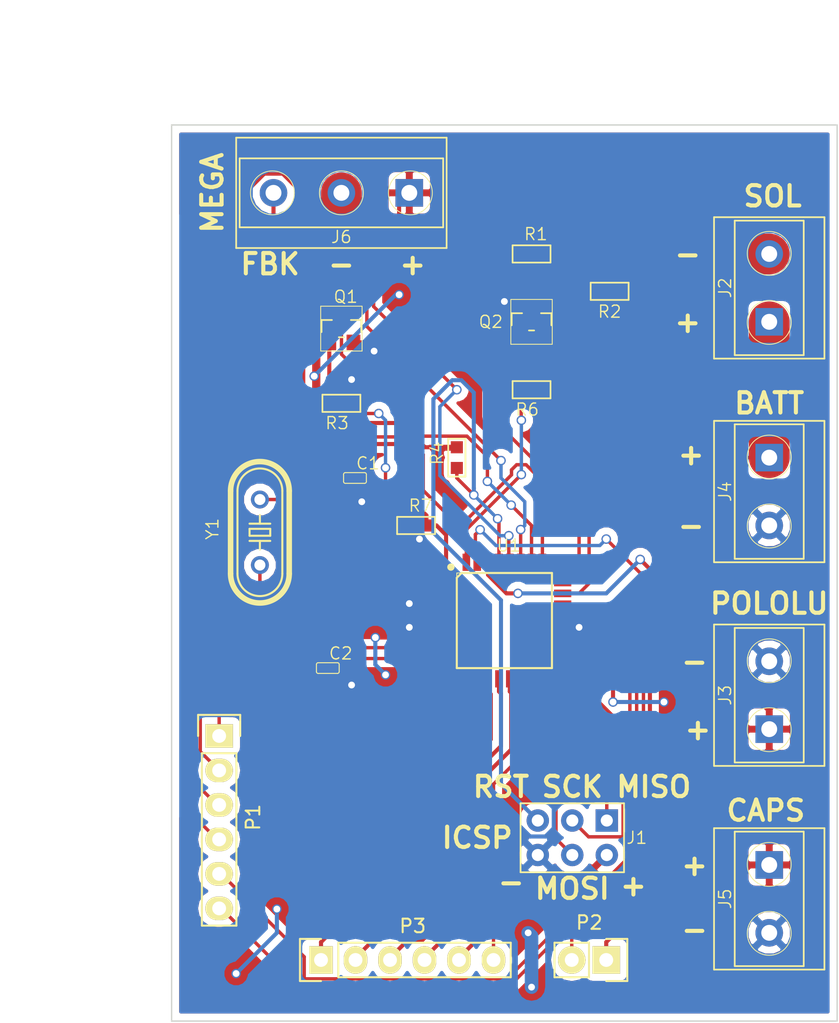
<source format=kicad_pcb>
(kicad_pcb (version 4) (host pcbnew 4.0.2+dfsg1-stable)

  (general
    (links 57)
    (no_connects 0)
    (area 123.000002 59.15 192.1253 134.050001)
    (thickness 1.6)
    (drawings 30)
    (tracks 357)
    (zones 0)
    (modules 21)
    (nets 31)
  )

  (page A4)
  (title_block
    (title "Power manager SMD")
    (date 2017-12-12)
    (rev v0.1)
    (company UiO)
    (comment 1 "Jean Rabault")
  )

  (layers
    (0 F.Cu signal)
    (31 B.Cu signal)
    (32 B.Adhes user)
    (33 F.Adhes user)
    (34 B.Paste user)
    (35 F.Paste user)
    (36 B.SilkS user)
    (37 F.SilkS user)
    (38 B.Mask user)
    (39 F.Mask user)
    (40 Dwgs.User user)
    (41 Cmts.User user)
    (42 Eco1.User user)
    (43 Eco2.User user)
    (44 Edge.Cuts user)
    (45 Margin user)
    (46 B.CrtYd user)
    (47 F.CrtYd user)
    (48 B.Fab user)
    (49 F.Fab user hide)
  )

  (setup
    (last_trace_width 0.3)
    (user_trace_width 0.25)
    (user_trace_width 0.5)
    (user_trace_width 0.75)
    (user_trace_width 1)
    (user_trace_width 1.5)
    (user_trace_width 2)
    (user_trace_width 2.5)
    (user_trace_width 3)
    (trace_clearance 0.2)
    (zone_clearance 0.508)
    (zone_45_only no)
    (trace_min 0.2)
    (segment_width 0.2)
    (edge_width 0.1)
    (via_size 0.7)
    (via_drill 0.5)
    (via_min_size 0.4)
    (via_min_drill 0.3)
    (uvia_size 0.4)
    (uvia_drill 0.2)
    (uvias_allowed no)
    (uvia_min_size 0.2)
    (uvia_min_drill 0.1)
    (pcb_text_width 0.3)
    (pcb_text_size 1.5 1.5)
    (mod_edge_width 0.15)
    (mod_text_size 1 1)
    (mod_text_width 0.15)
    (pad_size 1.5 1.5)
    (pad_drill 0.6)
    (pad_to_mask_clearance 0)
    (aux_axis_origin 0 0)
    (visible_elements FFFFFF7F)
    (pcbplotparams
      (layerselection 0x010f0_80000001)
      (usegerberextensions true)
      (excludeedgelayer true)
      (linewidth 0.100000)
      (plotframeref false)
      (viasonmask false)
      (mode 1)
      (useauxorigin false)
      (hpglpennumber 1)
      (hpglpenspeed 20)
      (hpglpendiameter 15)
      (hpglpenoverlay 2)
      (psnegative false)
      (psa4output false)
      (plotreference true)
      (plotvalue true)
      (plotinvisibletext false)
      (padsonsilk false)
      (subtractmaskfromsilk false)
      (outputformat 1)
      (mirror false)
      (drillshape 0)
      (scaleselection 1)
      (outputdirectory Gerbers/))
  )

  (net 0 "")
  (net 1 "Net-(C1-Pad1)")
  (net 2 GND)
  (net 3 "Net-(C2-Pad1)")
  (net 4 /MISO)
  (net 5 /SCK)
  (net 6 "Net-(J1-Pad3)")
  (net 7 /MOSI)
  (net 8 +5V)
  (net 9 /BAT_+)
  (net 10 /SOL_-)
  (net 11 /MEGA_-)
  (net 12 /feedback_MEGA)
  (net 13 "Net-(P1-Pad1)")
  (net 14 "Net-(P1-Pad2)")
  (net 15 "Net-(P1-Pad3)")
  (net 16 "Net-(P1-Pad4)")
  (net 17 "Net-(P1-Pad5)")
  (net 18 "Net-(P1-Pad6)")
  (net 19 "Net-(P2-Pad1)")
  (net 20 "Net-(P2-Pad2)")
  (net 21 "Net-(P3-Pad1)")
  (net 22 "Net-(P3-Pad2)")
  (net 23 "Net-(P3-Pad3)")
  (net 24 "Net-(P3-Pad4)")
  (net 25 "Net-(P3-Pad5)")
  (net 26 "Net-(P3-Pad6)")
  (net 27 /CMD_MEGA)
  (net 28 /CMD_SOLAR)
  (net 29 /MEAS_SOL)
  (net 30 "Net-(U1-Pad20)")

  (net_class Default "This is the default net class."
    (clearance 0.2)
    (trace_width 0.3)
    (via_dia 0.7)
    (via_drill 0.5)
    (uvia_dia 0.4)
    (uvia_drill 0.2)
    (add_net +5V)
    (add_net /BAT_+)
    (add_net /CMD_MEGA)
    (add_net /CMD_SOLAR)
    (add_net /MEAS_SOL)
    (add_net /MEGA_-)
    (add_net /MISO)
    (add_net /MOSI)
    (add_net /SCK)
    (add_net /SOL_-)
    (add_net /feedback_MEGA)
    (add_net GND)
    (add_net "Net-(C1-Pad1)")
    (add_net "Net-(C2-Pad1)")
    (add_net "Net-(J1-Pad3)")
    (add_net "Net-(P1-Pad1)")
    (add_net "Net-(P1-Pad2)")
    (add_net "Net-(P1-Pad3)")
    (add_net "Net-(P1-Pad4)")
    (add_net "Net-(P1-Pad5)")
    (add_net "Net-(P1-Pad6)")
    (add_net "Net-(P2-Pad1)")
    (add_net "Net-(P2-Pad2)")
    (add_net "Net-(P3-Pad1)")
    (add_net "Net-(P3-Pad2)")
    (add_net "Net-(P3-Pad3)")
    (add_net "Net-(P3-Pad4)")
    (add_net "Net-(P3-Pad5)")
    (add_net "Net-(P3-Pad6)")
    (add_net "Net-(U1-Pad20)")
  )

  (module SeeedOPL-Capacitor-2016:C0402 (layer F.Cu) (tedit 5A2FEFA1) (tstamp 5A2FCC01)
    (at 149.5 94 90)
    (descr 0402)
    (tags 0402)
    (path /5A2F9D78)
    (attr smd)
    (fp_text reference C1 (at 1.0795 0.9525 360) (layer F.SilkS)
      (effects (font (size 0.889 0.889) (thickness 0.1016)))
    )
    (fp_text value CERAMIC-18PF-50V-5%-NPO_0402_ (at -1.2065 0.508 180) (layer F.Fab)
      (effects (font (size 0.635 0.635) (thickness 0.0762)))
    )
    (fp_line (start 0.2667 0.8382) (end -0.2667 0.8382) (layer F.SilkS) (width 0.0762))
    (fp_line (start -0.3937 0.7112) (end -0.3937 -0.7112) (layer F.SilkS) (width 0.0762))
    (fp_line (start -0.2667 -0.8382) (end 0.2667 -0.8382) (layer F.SilkS) (width 0.0762))
    (fp_line (start 0.3937 -0.7112) (end 0.3937 0.7112) (layer F.SilkS) (width 0.0762))
    (fp_line (start 0.254 -0.508) (end 0.254 0.508) (layer Dwgs.User) (width 0.0254))
    (fp_line (start 0.254 0.508) (end -0.254 0.508) (layer Dwgs.User) (width 0.0254))
    (fp_line (start -0.254 0.508) (end -0.254 -0.508) (layer Dwgs.User) (width 0.0254))
    (fp_line (start -0.254 -0.508) (end 0.254 -0.508) (layer Dwgs.User) (width 0.0254))
    (fp_arc (start 0.2667 0.7112) (end 0.3937 0.7112) (angle 90) (layer F.SilkS) (width 0.0762))
    (fp_arc (start -0.2667 0.7112) (end -0.2667 0.8382) (angle 90) (layer F.SilkS) (width 0.0762))
    (fp_arc (start -0.2667 -0.7112) (end -0.3937 -0.7112) (angle 90) (layer F.SilkS) (width 0.0762))
    (fp_arc (start 0.2667 -0.7112) (end 0.2667 -0.8382) (angle 90) (layer F.SilkS) (width 0.0762))
    (pad 1 smd circle (at 0 -0.46228) (size 0.49784 0.49784) (layers F.Cu F.Paste F.Mask)
      (net 1 "Net-(C1-Pad1)"))
    (pad 2 smd circle (at 0 0.46228) (size 0.49784 0.49784) (layers F.Cu F.Paste F.Mask)
      (net 2 GND))
  )

  (module SeeedOPL-Capacitor-2016:C0402 (layer F.Cu) (tedit 5A2FEFA9) (tstamp 5A2FCC07)
    (at 147.5 108 90)
    (descr 0402)
    (tags 0402)
    (path /5A2F9CA9)
    (attr smd)
    (fp_text reference C2 (at 1.0795 0.9525 360) (layer F.SilkS)
      (effects (font (size 0.889 0.889) (thickness 0.1016)))
    )
    (fp_text value CERAMIC-18PF-50V-5%-NPO_0402_ (at -1.2065 0.508 180) (layer F.Fab)
      (effects (font (size 0.635 0.635) (thickness 0.0762)))
    )
    (fp_line (start 0.2667 0.8382) (end -0.2667 0.8382) (layer F.SilkS) (width 0.0762))
    (fp_line (start -0.3937 0.7112) (end -0.3937 -0.7112) (layer F.SilkS) (width 0.0762))
    (fp_line (start -0.2667 -0.8382) (end 0.2667 -0.8382) (layer F.SilkS) (width 0.0762))
    (fp_line (start 0.3937 -0.7112) (end 0.3937 0.7112) (layer F.SilkS) (width 0.0762))
    (fp_line (start 0.254 -0.508) (end 0.254 0.508) (layer Dwgs.User) (width 0.0254))
    (fp_line (start 0.254 0.508) (end -0.254 0.508) (layer Dwgs.User) (width 0.0254))
    (fp_line (start -0.254 0.508) (end -0.254 -0.508) (layer Dwgs.User) (width 0.0254))
    (fp_line (start -0.254 -0.508) (end 0.254 -0.508) (layer Dwgs.User) (width 0.0254))
    (fp_arc (start 0.2667 0.7112) (end 0.3937 0.7112) (angle 90) (layer F.SilkS) (width 0.0762))
    (fp_arc (start -0.2667 0.7112) (end -0.2667 0.8382) (angle 90) (layer F.SilkS) (width 0.0762))
    (fp_arc (start -0.2667 -0.7112) (end -0.3937 -0.7112) (angle 90) (layer F.SilkS) (width 0.0762))
    (fp_arc (start 0.2667 -0.7112) (end 0.2667 -0.8382) (angle 90) (layer F.SilkS) (width 0.0762))
    (pad 1 smd circle (at 0 -0.46228) (size 0.49784 0.49784) (layers F.Cu F.Paste F.Mask)
      (net 3 "Net-(C2-Pad1)"))
    (pad 2 smd circle (at 0 0.46228) (size 0.49784 0.49784) (layers F.Cu F.Paste F.Mask)
      (net 2 GND))
  )

  (module SeeedOPL-Connector-2016:H2X3-2.54 (layer F.Cu) (tedit 5A2FEE15) (tstamp 5A2FCC11)
    (at 165.5 120.5 270)
    (path /5A2FE208)
    (attr virtual)
    (fp_text reference J1 (at 0 -4.75 360) (layer F.SilkS)
      (effects (font (size 0.889 0.889) (thickness 0.1016)))
    )
    (fp_text value "DIP-BLACK-MALE-HEADER_2X3P-2.54)" (at 3.3655 -0.127 360) (layer F.Fab)
      (effects (font (size 0.889 0.889) (thickness 0.1016)))
    )
    (fp_line (start -2.54 3.81) (end 2.54 3.81) (layer F.SilkS) (width 0.06604))
    (fp_line (start 2.54 3.81) (end 2.54 -3.81) (layer F.SilkS) (width 0.06604))
    (fp_line (start -2.54 -3.81) (end 2.54 -3.81) (layer F.SilkS) (width 0.06604))
    (fp_line (start -2.54 3.81) (end -2.54 -3.81) (layer F.SilkS) (width 0.06604))
    (fp_line (start -2.54 -3.81) (end 2.54 -3.81) (layer F.SilkS) (width 0.127))
    (fp_line (start 2.54 -3.81) (end 2.54 3.81) (layer F.SilkS) (width 0.127))
    (fp_line (start 2.54 3.81) (end -2.54 3.81) (layer F.SilkS) (width 0.127))
    (fp_line (start -2.54 3.81) (end -2.54 -3.81) (layer F.SilkS) (width 0.127))
    (fp_line (start -2.54 -3.81) (end 2.54 -3.81) (layer F.SilkS) (width 0))
    (fp_line (start 2.54 -3.81) (end 2.54 3.81) (layer F.SilkS) (width 0))
    (fp_line (start 2.54 3.81) (end -2.54 3.81) (layer F.SilkS) (width 0))
    (fp_line (start -2.54 3.81) (end -2.54 -3.81) (layer F.SilkS) (width 0))
    (pad 1 thru_hole rect (at -1.27 -2.54 270) (size 1.651 1.651) (drill 0.889) (layers *.Cu *.Paste *.Mask)
      (net 4 /MISO))
    (pad 2 thru_hole circle (at -1.27 0 270) (size 1.651 1.651) (drill 0.889) (layers *.Cu *.Paste *.Mask)
      (net 5 /SCK))
    (pad 3 thru_hole circle (at -1.27 2.54 270) (size 1.651 1.651) (drill 0.889) (layers *.Cu *.Paste *.Mask)
      (net 6 "Net-(J1-Pad3)"))
    (pad 4 thru_hole circle (at 1.27 2.54 270) (size 1.651 1.651) (drill 0.889) (layers *.Cu *.Paste *.Mask)
      (net 2 GND))
    (pad 5 thru_hole circle (at 1.27 0 270) (size 1.651 1.651) (drill 0.889) (layers *.Cu *.Paste *.Mask)
      (net 7 /MOSI))
    (pad 6 thru_hole circle (at 1.27 -2.54 270) (size 1.651 1.651) (drill 0.889) (layers *.Cu *.Paste *.Mask)
      (net 8 +5V))
  )

  (module SeeedOPL-Connector-2016:H2-5.0-10.5X8.0MM (layer F.Cu) (tedit 5A2FEC62) (tstamp 5A2FCC17)
    (at 180 80 180)
    (path /5A2F9FBA)
    (attr virtual)
    (fp_text reference J2 (at 3.25 0 270) (layer F.SilkS)
      (effects (font (size 0.889 0.889) (thickness 0.1016)))
    )
    (fp_text value SCREW-TERMINAL-GREEN_2P-5.0_ (at 0.127 5.9055 180) (layer F.Fab)
      (effects (font (size 0.889 0.889) (thickness 0.1016)))
    )
    (fp_line (start -4.064 5.207) (end 4.064 5.207) (layer F.SilkS) (width 0.06604))
    (fp_line (start 4.064 5.207) (end 4.064 -5.207) (layer F.SilkS) (width 0.06604))
    (fp_line (start -4.064 -5.207) (end 4.064 -5.207) (layer F.SilkS) (width 0.06604))
    (fp_line (start -4.064 5.207) (end -4.064 -5.207) (layer F.SilkS) (width 0.06604))
    (fp_line (start -4.064 -5.207) (end 4.064 -5.207) (layer F.SilkS) (width 0.127))
    (fp_line (start 4.064 -5.207) (end 4.064 5.207) (layer F.SilkS) (width 0.127))
    (fp_line (start 4.064 5.207) (end -4.064 5.207) (layer F.SilkS) (width 0.127))
    (fp_line (start -4.064 5.207) (end -4.064 -5.207) (layer F.SilkS) (width 0.127))
    (fp_line (start -2.54 -4.953) (end 2.54 -4.953) (layer F.SilkS) (width 0.127))
    (fp_line (start 2.54 -4.953) (end 2.54 4.953) (layer F.SilkS) (width 0.127))
    (fp_line (start 2.54 4.953) (end -2.54 4.953) (layer F.SilkS) (width 0.127))
    (fp_line (start -2.54 4.953) (end -2.54 -4.953) (layer F.SilkS) (width 0.127))
    (fp_circle (center 0 -2.54) (end -1.143 -3.683) (layer F.SilkS) (width 0.0635))
    (fp_circle (center 0 2.54) (end -1.143 3.683) (layer F.SilkS) (width 0.0635))
    (pad 1 thru_hole rect (at 0 -2.49936 180) (size 2.032 2.032) (drill 1.1684) (layers *.Cu *.Paste *.Mask)
      (net 9 /BAT_+))
    (pad 2 thru_hole circle (at 0 2.49936 180) (size 2.032 2.032) (drill 1.1684) (layers *.Cu *.Paste *.Mask)
      (net 10 /SOL_-))
  )

  (module SeeedOPL-Connector-2016:H2-5.0-10.5X8.0MM (layer F.Cu) (tedit 5A2FEE0A) (tstamp 5A2FCC1D)
    (at 180 110 180)
    (path /5A2FA031)
    (attr virtual)
    (fp_text reference J3 (at 3.25 0 270) (layer F.SilkS)
      (effects (font (size 0.889 0.889) (thickness 0.1016)))
    )
    (fp_text value SCREW-TERMINAL-GREEN_2P-5.0_ (at 0.127 5.9055 180) (layer F.Fab)
      (effects (font (size 0.889 0.889) (thickness 0.1016)))
    )
    (fp_line (start -4.064 5.207) (end 4.064 5.207) (layer F.SilkS) (width 0.06604))
    (fp_line (start 4.064 5.207) (end 4.064 -5.207) (layer F.SilkS) (width 0.06604))
    (fp_line (start -4.064 -5.207) (end 4.064 -5.207) (layer F.SilkS) (width 0.06604))
    (fp_line (start -4.064 5.207) (end -4.064 -5.207) (layer F.SilkS) (width 0.06604))
    (fp_line (start -4.064 -5.207) (end 4.064 -5.207) (layer F.SilkS) (width 0.127))
    (fp_line (start 4.064 -5.207) (end 4.064 5.207) (layer F.SilkS) (width 0.127))
    (fp_line (start 4.064 5.207) (end -4.064 5.207) (layer F.SilkS) (width 0.127))
    (fp_line (start -4.064 5.207) (end -4.064 -5.207) (layer F.SilkS) (width 0.127))
    (fp_line (start -2.54 -4.953) (end 2.54 -4.953) (layer F.SilkS) (width 0.127))
    (fp_line (start 2.54 -4.953) (end 2.54 4.953) (layer F.SilkS) (width 0.127))
    (fp_line (start 2.54 4.953) (end -2.54 4.953) (layer F.SilkS) (width 0.127))
    (fp_line (start -2.54 4.953) (end -2.54 -4.953) (layer F.SilkS) (width 0.127))
    (fp_circle (center 0 -2.54) (end -1.143 -3.683) (layer F.SilkS) (width 0.0635))
    (fp_circle (center 0 2.54) (end -1.143 3.683) (layer F.SilkS) (width 0.0635))
    (pad 1 thru_hole rect (at 0 -2.49936 180) (size 2.032 2.032) (drill 1.1684) (layers *.Cu *.Paste *.Mask)
      (net 8 +5V))
    (pad 2 thru_hole circle (at 0 2.49936 180) (size 2.032 2.032) (drill 1.1684) (layers *.Cu *.Paste *.Mask)
      (net 2 GND))
  )

  (module SeeedOPL-Connector-2016:H2-5.0-10.5X8.0MM (layer F.Cu) (tedit 5A300AD2) (tstamp 5A2FCC23)
    (at 180 95)
    (path /5A2FA076)
    (attr virtual)
    (fp_text reference J4 (at -3.25 0 90) (layer F.SilkS)
      (effects (font (size 0.889 0.889) (thickness 0.1016)))
    )
    (fp_text value SCREW-TERMINAL-GREEN_2P-5.0_ (at 0.127 5.9055) (layer F.Fab)
      (effects (font (size 0.889 0.889) (thickness 0.1016)))
    )
    (fp_line (start -4.064 5.207) (end 4.064 5.207) (layer F.SilkS) (width 0.06604))
    (fp_line (start 4.064 5.207) (end 4.064 -5.207) (layer F.SilkS) (width 0.06604))
    (fp_line (start -4.064 -5.207) (end 4.064 -5.207) (layer F.SilkS) (width 0.06604))
    (fp_line (start -4.064 5.207) (end -4.064 -5.207) (layer F.SilkS) (width 0.06604))
    (fp_line (start -4.064 -5.207) (end 4.064 -5.207) (layer F.SilkS) (width 0.127))
    (fp_line (start 4.064 -5.207) (end 4.064 5.207) (layer F.SilkS) (width 0.127))
    (fp_line (start 4.064 5.207) (end -4.064 5.207) (layer F.SilkS) (width 0.127))
    (fp_line (start -4.064 5.207) (end -4.064 -5.207) (layer F.SilkS) (width 0.127))
    (fp_line (start -2.54 -4.953) (end 2.54 -4.953) (layer F.SilkS) (width 0.127))
    (fp_line (start 2.54 -4.953) (end 2.54 4.953) (layer F.SilkS) (width 0.127))
    (fp_line (start 2.54 4.953) (end -2.54 4.953) (layer F.SilkS) (width 0.127))
    (fp_line (start -2.54 4.953) (end -2.54 -4.953) (layer F.SilkS) (width 0.127))
    (fp_circle (center 0 -2.54) (end -1.143 -3.683) (layer F.SilkS) (width 0.0635))
    (fp_circle (center 0 2.54) (end -1.143 3.683) (layer F.SilkS) (width 0.0635))
    (pad 1 thru_hole rect (at 0 -2.49936) (size 2.032 2.032) (drill 1.1684) (layers *.Cu *.Paste *.Mask)
      (net 9 /BAT_+))
    (pad 2 thru_hole circle (at 0 2.49936) (size 2.032 2.032) (drill 1.1684) (layers *.Cu *.Paste *.Mask)
      (net 2 GND))
  )

  (module SeeedOPL-Connector-2016:H2-5.0-10.5X8.0MM (layer F.Cu) (tedit 5A2FEE10) (tstamp 5A2FCC29)
    (at 180 125)
    (path /5A2FA152)
    (attr virtual)
    (fp_text reference J5 (at -3.25 0 90) (layer F.SilkS)
      (effects (font (size 0.889 0.889) (thickness 0.1016)))
    )
    (fp_text value SCREW-TERMINAL-GREEN_2P-5.0_ (at 0.127 5.9055) (layer F.Fab)
      (effects (font (size 0.889 0.889) (thickness 0.1016)))
    )
    (fp_line (start -4.064 5.207) (end 4.064 5.207) (layer F.SilkS) (width 0.06604))
    (fp_line (start 4.064 5.207) (end 4.064 -5.207) (layer F.SilkS) (width 0.06604))
    (fp_line (start -4.064 -5.207) (end 4.064 -5.207) (layer F.SilkS) (width 0.06604))
    (fp_line (start -4.064 5.207) (end -4.064 -5.207) (layer F.SilkS) (width 0.06604))
    (fp_line (start -4.064 -5.207) (end 4.064 -5.207) (layer F.SilkS) (width 0.127))
    (fp_line (start 4.064 -5.207) (end 4.064 5.207) (layer F.SilkS) (width 0.127))
    (fp_line (start 4.064 5.207) (end -4.064 5.207) (layer F.SilkS) (width 0.127))
    (fp_line (start -4.064 5.207) (end -4.064 -5.207) (layer F.SilkS) (width 0.127))
    (fp_line (start -2.54 -4.953) (end 2.54 -4.953) (layer F.SilkS) (width 0.127))
    (fp_line (start 2.54 -4.953) (end 2.54 4.953) (layer F.SilkS) (width 0.127))
    (fp_line (start 2.54 4.953) (end -2.54 4.953) (layer F.SilkS) (width 0.127))
    (fp_line (start -2.54 4.953) (end -2.54 -4.953) (layer F.SilkS) (width 0.127))
    (fp_circle (center 0 -2.54) (end -1.143 -3.683) (layer F.SilkS) (width 0.0635))
    (fp_circle (center 0 2.54) (end -1.143 3.683) (layer F.SilkS) (width 0.0635))
    (pad 1 thru_hole rect (at 0 -2.49936) (size 2.032 2.032) (drill 1.1684) (layers *.Cu *.Paste *.Mask)
      (net 8 +5V))
    (pad 2 thru_hole circle (at 0 2.49936) (size 2.032 2.032) (drill 1.1684) (layers *.Cu *.Paste *.Mask)
      (net 2 GND))
  )

  (module SeeedOPL-Connector-2016:H3-5.0-15.5X8.0MM (layer F.Cu) (tedit 5A2FEC6B) (tstamp 5A2FCC30)
    (at 148.5 73 270)
    (path /5A2FA1AD)
    (attr virtual)
    (fp_text reference J6 (at 3.25 0 360) (layer F.SilkS)
      (effects (font (size 0.889 0.889) (thickness 0.1016)))
    )
    (fp_text value SCREW-TERMINAL-GREEN_3P-5.0_ (at 5.2705 -0.762 360) (layer F.Fab)
      (effects (font (size 0.889 0.889) (thickness 0.1016)))
    )
    (fp_line (start -4.064 7.747) (end 4.064 7.747) (layer F.SilkS) (width 0.06604))
    (fp_line (start 4.064 7.747) (end 4.064 -7.747) (layer F.SilkS) (width 0.06604))
    (fp_line (start -4.064 -7.747) (end 4.064 -7.747) (layer F.SilkS) (width 0.06604))
    (fp_line (start -4.064 7.747) (end -4.064 -7.747) (layer F.SilkS) (width 0.06604))
    (fp_line (start -4.064 -7.747) (end 4.064 -7.747) (layer F.SilkS) (width 0.127))
    (fp_line (start 4.064 -7.747) (end 4.064 7.747) (layer F.SilkS) (width 0.127))
    (fp_line (start 4.064 7.747) (end -4.064 7.747) (layer F.SilkS) (width 0.127))
    (fp_line (start -4.064 7.747) (end -4.064 -7.747) (layer F.SilkS) (width 0.127))
    (fp_line (start -2.54 -7.493) (end 2.54 -7.493) (layer F.SilkS) (width 0.127))
    (fp_line (start 2.54 -7.493) (end 2.54 7.493) (layer F.SilkS) (width 0.127))
    (fp_line (start 2.54 7.493) (end -2.54 7.493) (layer F.SilkS) (width 0.127))
    (fp_line (start -2.54 7.493) (end -2.54 -7.493) (layer F.SilkS) (width 0.127))
    (fp_circle (center 0 -5.08) (end -1.143 -6.223) (layer F.SilkS) (width 0.0635))
    (fp_circle (center 0 0) (end -1.143 1.143) (layer F.SilkS) (width 0.0635))
    (fp_circle (center 0 5.08) (end -1.143 6.223) (layer F.SilkS) (width 0.0635))
    (pad 1 thru_hole rect (at 0 -4.99872 270) (size 2.032 2.032) (drill 1.1684) (layers *.Cu *.Paste *.Mask)
      (net 8 +5V))
    (pad 2 thru_hole circle (at 0 0 270) (size 2.032 2.032) (drill 1.1684) (layers *.Cu *.Paste *.Mask)
      (net 11 /MEGA_-))
    (pad 3 thru_hole circle (at 0 4.99872 270) (size 2.032 2.032) (drill 1.1684) (layers *.Cu *.Paste *.Mask)
      (net 12 /feedback_MEGA))
  )

  (module Pin_Headers:Pin_Header_Straight_1x06 (layer F.Cu) (tedit 5A2FEB6F) (tstamp 5A2FCC3A)
    (at 139.5 113)
    (descr "Through hole pin header")
    (tags "pin header")
    (path /5A2FDF7B)
    (fp_text reference P1 (at 2.5 6 90) (layer F.SilkS)
      (effects (font (size 1 1) (thickness 0.15)))
    )
    (fp_text value CONN_01X06 (at 3.25 4.75 90) (layer F.Fab)
      (effects (font (size 1 1) (thickness 0.15)))
    )
    (fp_line (start -1.75 -1.75) (end -1.75 14.45) (layer F.CrtYd) (width 0.05))
    (fp_line (start 1.75 -1.75) (end 1.75 14.45) (layer F.CrtYd) (width 0.05))
    (fp_line (start -1.75 -1.75) (end 1.75 -1.75) (layer F.CrtYd) (width 0.05))
    (fp_line (start -1.75 14.45) (end 1.75 14.45) (layer F.CrtYd) (width 0.05))
    (fp_line (start 1.27 1.27) (end 1.27 13.97) (layer F.SilkS) (width 0.15))
    (fp_line (start 1.27 13.97) (end -1.27 13.97) (layer F.SilkS) (width 0.15))
    (fp_line (start -1.27 13.97) (end -1.27 1.27) (layer F.SilkS) (width 0.15))
    (fp_line (start 1.55 -1.55) (end 1.55 0) (layer F.SilkS) (width 0.15))
    (fp_line (start 1.27 1.27) (end -1.27 1.27) (layer F.SilkS) (width 0.15))
    (fp_line (start -1.55 0) (end -1.55 -1.55) (layer F.SilkS) (width 0.15))
    (fp_line (start -1.55 -1.55) (end 1.55 -1.55) (layer F.SilkS) (width 0.15))
    (pad 1 thru_hole rect (at 0 0) (size 2.032 1.7272) (drill 1.016) (layers *.Cu *.Mask F.SilkS)
      (net 13 "Net-(P1-Pad1)"))
    (pad 2 thru_hole oval (at 0 2.54) (size 2.032 1.7272) (drill 1.016) (layers *.Cu *.Mask F.SilkS)
      (net 14 "Net-(P1-Pad2)"))
    (pad 3 thru_hole oval (at 0 5.08) (size 2.032 1.7272) (drill 1.016) (layers *.Cu *.Mask F.SilkS)
      (net 15 "Net-(P1-Pad3)"))
    (pad 4 thru_hole oval (at 0 7.62) (size 2.032 1.7272) (drill 1.016) (layers *.Cu *.Mask F.SilkS)
      (net 16 "Net-(P1-Pad4)"))
    (pad 5 thru_hole oval (at 0 10.16) (size 2.032 1.7272) (drill 1.016) (layers *.Cu *.Mask F.SilkS)
      (net 17 "Net-(P1-Pad5)"))
    (pad 6 thru_hole oval (at 0 12.7) (size 2.032 1.7272) (drill 1.016) (layers *.Cu *.Mask F.SilkS)
      (net 18 "Net-(P1-Pad6)"))
    (model Pin_Headers.3dshapes/Pin_Header_Straight_1x06.wrl
      (at (xyz 0 -0.25 0))
      (scale (xyz 1 1 1))
      (rotate (xyz 0 0 90))
    )
  )

  (module Pin_Headers:Pin_Header_Straight_1x02 (layer F.Cu) (tedit 54EA090C) (tstamp 5A2FCC40)
    (at 168 129.5 270)
    (descr "Through hole pin header")
    (tags "pin header")
    (path /5A2FF381)
    (fp_text reference P2 (at -2.75 1.25 360) (layer F.SilkS)
      (effects (font (size 1 1) (thickness 0.15)))
    )
    (fp_text value CONN_01X02 (at -3 1 360) (layer F.Fab)
      (effects (font (size 1 1) (thickness 0.15)))
    )
    (fp_line (start 1.27 1.27) (end 1.27 3.81) (layer F.SilkS) (width 0.15))
    (fp_line (start 1.55 -1.55) (end 1.55 0) (layer F.SilkS) (width 0.15))
    (fp_line (start -1.75 -1.75) (end -1.75 4.3) (layer F.CrtYd) (width 0.05))
    (fp_line (start 1.75 -1.75) (end 1.75 4.3) (layer F.CrtYd) (width 0.05))
    (fp_line (start -1.75 -1.75) (end 1.75 -1.75) (layer F.CrtYd) (width 0.05))
    (fp_line (start -1.75 4.3) (end 1.75 4.3) (layer F.CrtYd) (width 0.05))
    (fp_line (start 1.27 1.27) (end -1.27 1.27) (layer F.SilkS) (width 0.15))
    (fp_line (start -1.55 0) (end -1.55 -1.55) (layer F.SilkS) (width 0.15))
    (fp_line (start -1.55 -1.55) (end 1.55 -1.55) (layer F.SilkS) (width 0.15))
    (fp_line (start -1.27 1.27) (end -1.27 3.81) (layer F.SilkS) (width 0.15))
    (fp_line (start -1.27 3.81) (end 1.27 3.81) (layer F.SilkS) (width 0.15))
    (pad 1 thru_hole rect (at 0 0 270) (size 2.032 2.032) (drill 1.016) (layers *.Cu *.Mask F.SilkS)
      (net 19 "Net-(P2-Pad1)"))
    (pad 2 thru_hole oval (at 0 2.54 270) (size 2.032 2.032) (drill 1.016) (layers *.Cu *.Mask F.SilkS)
      (net 20 "Net-(P2-Pad2)"))
    (model Pin_Headers.3dshapes/Pin_Header_Straight_1x02.wrl
      (at (xyz 0 -0.05 0))
      (scale (xyz 1 1 1))
      (rotate (xyz 0 0 90))
    )
  )

  (module Pin_Headers:Pin_Header_Straight_1x06 (layer F.Cu) (tedit 0) (tstamp 5A2FCC4A)
    (at 147 129.5 90)
    (descr "Through hole pin header")
    (tags "pin header")
    (path /5A2FF8E0)
    (fp_text reference P3 (at 2.5 6.75 180) (layer F.SilkS)
      (effects (font (size 1 1) (thickness 0.15)))
    )
    (fp_text value CONN_01X06 (at 2.75 6.25 180) (layer F.Fab)
      (effects (font (size 1 1) (thickness 0.15)))
    )
    (fp_line (start -1.75 -1.75) (end -1.75 14.45) (layer F.CrtYd) (width 0.05))
    (fp_line (start 1.75 -1.75) (end 1.75 14.45) (layer F.CrtYd) (width 0.05))
    (fp_line (start -1.75 -1.75) (end 1.75 -1.75) (layer F.CrtYd) (width 0.05))
    (fp_line (start -1.75 14.45) (end 1.75 14.45) (layer F.CrtYd) (width 0.05))
    (fp_line (start 1.27 1.27) (end 1.27 13.97) (layer F.SilkS) (width 0.15))
    (fp_line (start 1.27 13.97) (end -1.27 13.97) (layer F.SilkS) (width 0.15))
    (fp_line (start -1.27 13.97) (end -1.27 1.27) (layer F.SilkS) (width 0.15))
    (fp_line (start 1.55 -1.55) (end 1.55 0) (layer F.SilkS) (width 0.15))
    (fp_line (start 1.27 1.27) (end -1.27 1.27) (layer F.SilkS) (width 0.15))
    (fp_line (start -1.55 0) (end -1.55 -1.55) (layer F.SilkS) (width 0.15))
    (fp_line (start -1.55 -1.55) (end 1.55 -1.55) (layer F.SilkS) (width 0.15))
    (pad 1 thru_hole rect (at 0 0 90) (size 2.032 1.7272) (drill 1.016) (layers *.Cu *.Mask F.SilkS)
      (net 21 "Net-(P3-Pad1)"))
    (pad 2 thru_hole oval (at 0 2.54 90) (size 2.032 1.7272) (drill 1.016) (layers *.Cu *.Mask F.SilkS)
      (net 22 "Net-(P3-Pad2)"))
    (pad 3 thru_hole oval (at 0 5.08 90) (size 2.032 1.7272) (drill 1.016) (layers *.Cu *.Mask F.SilkS)
      (net 23 "Net-(P3-Pad3)"))
    (pad 4 thru_hole oval (at 0 7.62 90) (size 2.032 1.7272) (drill 1.016) (layers *.Cu *.Mask F.SilkS)
      (net 24 "Net-(P3-Pad4)"))
    (pad 5 thru_hole oval (at 0 10.16 90) (size 2.032 1.7272) (drill 1.016) (layers *.Cu *.Mask F.SilkS)
      (net 25 "Net-(P3-Pad5)"))
    (pad 6 thru_hole oval (at 0 12.7 90) (size 2.032 1.7272) (drill 1.016) (layers *.Cu *.Mask F.SilkS)
      (net 26 "Net-(P3-Pad6)"))
    (model Pin_Headers.3dshapes/Pin_Header_Straight_1x06.wrl
      (at (xyz 0 -0.25 0))
      (scale (xyz 1 1 1))
      (rotate (xyz 0 0 90))
    )
  )

  (module SeeedOPL-Transistor-2016:SOT-23 (layer F.Cu) (tedit 5A2FEC70) (tstamp 5A2FCC51)
    (at 148.5 83)
    (descr SOT23)
    (tags SOT23)
    (path /5A2FABA2)
    (attr smd)
    (fp_text reference Q1 (at 0.3175 -2.3495) (layer F.SilkS)
      (effects (font (size 0.889 0.889) (thickness 0.1016)))
    )
    (fp_text value SMD-MOSFET-N-CH-20V-2.1A-CJ2302_SOT-23_ (at 0.635 2.4765) (layer F.Fab)
      (effects (font (size 0.635 0.635) (thickness 0.0762)))
    )
    (fp_line (start -0.2286 -0.7112) (end 0.2286 -0.7112) (layer Dwgs.User) (width 0.06604))
    (fp_line (start 0.2286 -0.7112) (end 0.2286 -1.29286) (layer Dwgs.User) (width 0.06604))
    (fp_line (start -0.2286 -1.29286) (end 0.2286 -1.29286) (layer Dwgs.User) (width 0.06604))
    (fp_line (start -0.2286 -0.7112) (end -0.2286 -1.29286) (layer Dwgs.User) (width 0.06604))
    (fp_line (start 0.7112 1.29286) (end 1.1684 1.29286) (layer Dwgs.User) (width 0.06604))
    (fp_line (start 1.1684 1.29286) (end 1.1684 0.7112) (layer Dwgs.User) (width 0.06604))
    (fp_line (start 0.7112 0.7112) (end 1.1684 0.7112) (layer Dwgs.User) (width 0.06604))
    (fp_line (start 0.7112 1.29286) (end 0.7112 0.7112) (layer Dwgs.User) (width 0.06604))
    (fp_line (start -1.1684 1.29286) (end -0.7112 1.29286) (layer Dwgs.User) (width 0.06604))
    (fp_line (start -0.7112 1.29286) (end -0.7112 0.7112) (layer Dwgs.User) (width 0.06604))
    (fp_line (start -1.1684 0.7112) (end -0.7112 0.7112) (layer Dwgs.User) (width 0.06604))
    (fp_line (start -1.1684 1.29286) (end -1.1684 0.7112) (layer Dwgs.User) (width 0.06604))
    (fp_line (start -1.524 1.651) (end 1.524 1.651) (layer F.SilkS) (width 0.06604))
    (fp_line (start 1.524 1.651) (end 1.524 -1.651) (layer F.SilkS) (width 0.06604))
    (fp_line (start -1.524 -1.651) (end 1.524 -1.651) (layer F.SilkS) (width 0.06604))
    (fp_line (start -1.524 1.651) (end -1.524 -1.651) (layer F.SilkS) (width 0.06604))
    (fp_line (start -0.1905 0.635) (end 0.1905 0.635) (layer F.SilkS) (width 0.127))
    (fp_line (start 1.4605 0.254) (end 1.4605 -0.635) (layer F.SilkS) (width 0.127))
    (fp_line (start 1.4605 -0.635) (end 0.6985 -0.635) (layer F.SilkS) (width 0.127))
    (fp_line (start -0.6985 -0.635) (end -1.4605 -0.635) (layer F.SilkS) (width 0.127))
    (fp_line (start -1.4605 -0.635) (end -1.4605 0.254) (layer F.SilkS) (width 0.127))
    (pad 1 smd rect (at -0.889 1.016 180) (size 1.016 1.143) (layers F.Cu F.Paste F.Mask)
      (net 27 /CMD_MEGA))
    (pad 2 smd rect (at 0.889 1.016) (size 1.016 1.143) (layers F.Cu F.Paste F.Mask)
      (net 2 GND))
    (pad 3 smd rect (at 0 -1.016) (size 1.016 1.143) (layers F.Cu F.Paste F.Mask)
      (net 11 /MEGA_-))
  )

  (module SeeedOPL-Transistor-2016:SOT-23 (layer F.Cu) (tedit 5A2FEF85) (tstamp 5A2FCC58)
    (at 162.5 82.5)
    (descr SOT23)
    (tags SOT23)
    (path /5A2FAB41)
    (attr smd)
    (fp_text reference Q2 (at -3 0) (layer F.SilkS)
      (effects (font (size 0.889 0.889) (thickness 0.1016)))
    )
    (fp_text value SMD-MOSFET-N-CH-20V-2.1A-CJ2302_SOT-23_ (at 0.635 2.4765) (layer F.Fab)
      (effects (font (size 0.635 0.635) (thickness 0.0762)))
    )
    (fp_line (start -0.2286 -0.7112) (end 0.2286 -0.7112) (layer Dwgs.User) (width 0.06604))
    (fp_line (start 0.2286 -0.7112) (end 0.2286 -1.29286) (layer Dwgs.User) (width 0.06604))
    (fp_line (start -0.2286 -1.29286) (end 0.2286 -1.29286) (layer Dwgs.User) (width 0.06604))
    (fp_line (start -0.2286 -0.7112) (end -0.2286 -1.29286) (layer Dwgs.User) (width 0.06604))
    (fp_line (start 0.7112 1.29286) (end 1.1684 1.29286) (layer Dwgs.User) (width 0.06604))
    (fp_line (start 1.1684 1.29286) (end 1.1684 0.7112) (layer Dwgs.User) (width 0.06604))
    (fp_line (start 0.7112 0.7112) (end 1.1684 0.7112) (layer Dwgs.User) (width 0.06604))
    (fp_line (start 0.7112 1.29286) (end 0.7112 0.7112) (layer Dwgs.User) (width 0.06604))
    (fp_line (start -1.1684 1.29286) (end -0.7112 1.29286) (layer Dwgs.User) (width 0.06604))
    (fp_line (start -0.7112 1.29286) (end -0.7112 0.7112) (layer Dwgs.User) (width 0.06604))
    (fp_line (start -1.1684 0.7112) (end -0.7112 0.7112) (layer Dwgs.User) (width 0.06604))
    (fp_line (start -1.1684 1.29286) (end -1.1684 0.7112) (layer Dwgs.User) (width 0.06604))
    (fp_line (start -1.524 1.651) (end 1.524 1.651) (layer F.SilkS) (width 0.06604))
    (fp_line (start 1.524 1.651) (end 1.524 -1.651) (layer F.SilkS) (width 0.06604))
    (fp_line (start -1.524 -1.651) (end 1.524 -1.651) (layer F.SilkS) (width 0.06604))
    (fp_line (start -1.524 1.651) (end -1.524 -1.651) (layer F.SilkS) (width 0.06604))
    (fp_line (start -0.1905 0.635) (end 0.1905 0.635) (layer F.SilkS) (width 0.127))
    (fp_line (start 1.4605 0.254) (end 1.4605 -0.635) (layer F.SilkS) (width 0.127))
    (fp_line (start 1.4605 -0.635) (end 0.6985 -0.635) (layer F.SilkS) (width 0.127))
    (fp_line (start -0.6985 -0.635) (end -1.4605 -0.635) (layer F.SilkS) (width 0.127))
    (fp_line (start -1.4605 -0.635) (end -1.4605 0.254) (layer F.SilkS) (width 0.127))
    (pad 1 smd rect (at -0.889 1.016 180) (size 1.016 1.143) (layers F.Cu F.Paste F.Mask)
      (net 28 /CMD_SOLAR))
    (pad 2 smd rect (at 0.889 1.016) (size 1.016 1.143) (layers F.Cu F.Paste F.Mask)
      (net 10 /SOL_-))
    (pad 3 smd rect (at 0 -1.016) (size 1.016 1.143) (layers F.Cu F.Paste F.Mask)
      (net 2 GND))
  )

  (module SeeedOPL-Resistor-2016:R0603 (layer F.Cu) (tedit 5A2FEF94) (tstamp 5A2FCC5E)
    (at 162.5 77.5 270)
    (path /5A2FD788)
    (attr smd)
    (fp_text reference R1 (at -1.4605 -0.3175 360) (layer F.SilkS)
      (effects (font (size 0.889 0.889) (thickness 0.1016)))
    )
    (fp_text value SMD-RES-10K-1%-1_10W_0603_ (at 1.11506 -0.29972 360) (layer F.Fab)
      (effects (font (size 0.635 0.635) (thickness 0.0762)))
    )
    (fp_line (start 0.635 -1.397) (end 0.635 1.397) (layer F.SilkS) (width 0.127))
    (fp_line (start 0.635 1.397) (end -0.635 1.397) (layer F.SilkS) (width 0.127))
    (fp_line (start -0.635 1.397) (end -0.635 -1.397) (layer F.SilkS) (width 0.127))
    (fp_line (start -0.635 -1.397) (end 0.635 -1.397) (layer F.SilkS) (width 0.127))
    (pad 1 smd rect (at 0 -0.762 180) (size 0.889 0.889) (layers F.Cu F.Paste F.Mask)
      (net 29 /MEAS_SOL))
    (pad 2 smd rect (at 0 0.762 180) (size 0.889 0.889) (layers F.Cu F.Paste F.Mask)
      (net 8 +5V))
  )

  (module SeeedOPL-Resistor-2016:R0603 (layer F.Cu) (tedit 5A2FEF9A) (tstamp 5A2FCC64)
    (at 168.25 80.25 90)
    (path /5A2FD826)
    (attr smd)
    (fp_text reference R2 (at -1.5 0 180) (layer F.SilkS)
      (effects (font (size 0.889 0.889) (thickness 0.1016)))
    )
    (fp_text value SMD-RES-6.8K-1%-1_10W_0603_ (at 1.11506 -0.29972 180) (layer F.Fab)
      (effects (font (size 0.635 0.635) (thickness 0.0762)))
    )
    (fp_line (start 0.635 -1.397) (end 0.635 1.397) (layer F.SilkS) (width 0.127))
    (fp_line (start 0.635 1.397) (end -0.635 1.397) (layer F.SilkS) (width 0.127))
    (fp_line (start -0.635 1.397) (end -0.635 -1.397) (layer F.SilkS) (width 0.127))
    (fp_line (start -0.635 -1.397) (end 0.635 -1.397) (layer F.SilkS) (width 0.127))
    (pad 1 smd rect (at 0 -0.762) (size 0.889 0.889) (layers F.Cu F.Paste F.Mask)
      (net 29 /MEAS_SOL))
    (pad 2 smd rect (at 0 0.762) (size 0.889 0.889) (layers F.Cu F.Paste F.Mask)
      (net 10 /SOL_-))
  )

  (module SeeedOPL-Resistor-2016:R0603 (layer F.Cu) (tedit 5A2FEF7D) (tstamp 5A2FCC6A)
    (at 148.5 88.5 90)
    (path /5A2FB718)
    (attr smd)
    (fp_text reference R3 (at -1.4605 -0.3175 180) (layer F.SilkS)
      (effects (font (size 0.889 0.889) (thickness 0.1016)))
    )
    (fp_text value SMD-RES-47K-5%-1_10W_0603_ (at 1.11506 -0.29972 180) (layer F.Fab)
      (effects (font (size 0.635 0.635) (thickness 0.0762)))
    )
    (fp_line (start 0.635 -1.397) (end 0.635 1.397) (layer F.SilkS) (width 0.127))
    (fp_line (start 0.635 1.397) (end -0.635 1.397) (layer F.SilkS) (width 0.127))
    (fp_line (start -0.635 1.397) (end -0.635 -1.397) (layer F.SilkS) (width 0.127))
    (fp_line (start -0.635 -1.397) (end 0.635 -1.397) (layer F.SilkS) (width 0.127))
    (pad 1 smd rect (at 0 -0.762) (size 0.889 0.889) (layers F.Cu F.Paste F.Mask)
      (net 27 /CMD_MEGA))
    (pad 2 smd rect (at 0 0.762) (size 0.889 0.889) (layers F.Cu F.Paste F.Mask)
      (net 2 GND))
  )

  (module SeeedOPL-Resistor-2016:R0603 (layer F.Cu) (tedit 5A2FEF8E) (tstamp 5A2FCC70)
    (at 157 92.5)
    (path /5A2F9616)
    (attr smd)
    (fp_text reference R4 (at -1.4605 -0.3175 90) (layer F.SilkS)
      (effects (font (size 0.889 0.889) (thickness 0.1016)))
    )
    (fp_text value SMD-RES-47K-5%-1_10W_0603_ (at 1.11506 -0.29972 90) (layer F.Fab)
      (effects (font (size 0.635 0.635) (thickness 0.0762)))
    )
    (fp_line (start 0.635 -1.397) (end 0.635 1.397) (layer F.SilkS) (width 0.127))
    (fp_line (start 0.635 1.397) (end -0.635 1.397) (layer F.SilkS) (width 0.127))
    (fp_line (start -0.635 1.397) (end -0.635 -1.397) (layer F.SilkS) (width 0.127))
    (fp_line (start -0.635 -1.397) (end 0.635 -1.397) (layer F.SilkS) (width 0.127))
    (pad 1 smd rect (at 0 -0.762 270) (size 0.889 0.889) (layers F.Cu F.Paste F.Mask)
      (net 8 +5V))
    (pad 2 smd rect (at 0 0.762 270) (size 0.889 0.889) (layers F.Cu F.Paste F.Mask)
      (net 6 "Net-(J1-Pad3)"))
  )

  (module SeeedOPL-Resistor-2016:R0603 (layer F.Cu) (tedit 5A2FEF89) (tstamp 5A2FCC7C)
    (at 162.5 87.5 90)
    (path /5A2FB7F9)
    (attr smd)
    (fp_text reference R6 (at -1.4605 -0.3175 180) (layer F.SilkS)
      (effects (font (size 0.889 0.889) (thickness 0.1016)))
    )
    (fp_text value SMD-RES-47K-5%-1_10W_0603_ (at 1.11506 -0.29972 180) (layer F.Fab)
      (effects (font (size 0.635 0.635) (thickness 0.0762)))
    )
    (fp_line (start 0.635 -1.397) (end 0.635 1.397) (layer F.SilkS) (width 0.127))
    (fp_line (start 0.635 1.397) (end -0.635 1.397) (layer F.SilkS) (width 0.127))
    (fp_line (start -0.635 1.397) (end -0.635 -1.397) (layer F.SilkS) (width 0.127))
    (fp_line (start -0.635 -1.397) (end 0.635 -1.397) (layer F.SilkS) (width 0.127))
    (pad 1 smd rect (at 0 -0.762) (size 0.889 0.889) (layers F.Cu F.Paste F.Mask)
      (net 28 /CMD_SOLAR))
    (pad 2 smd rect (at 0 0.762) (size 0.889 0.889) (layers F.Cu F.Paste F.Mask)
      (net 10 /SOL_-))
  )

  (module SeeedOPL-IC-2016:TQFP32-0.8-7X7MM (layer F.Cu) (tedit 5A2FEFB0) (tstamp 5A2FCCA0)
    (at 160.5 104.5)
    (descr "THIN PLASIC QUAD FLAT PACKAGE GRID 0.8 MM")
    (tags "THIN PLASIC QUAD FLAT PACKAGE GRID 0.8 MM")
    (path /5A2FC455)
    (attr smd)
    (fp_text reference U1 (at 0.3175 -5.5245) (layer F.SilkS)
      (effects (font (size 0.889 0.889) (thickness 0.1016)))
    )
    (fp_text value MCU-ATMEGA328P-AU_TQFP32_ (at 0.762 0.1905) (layer F.Fab)
      (effects (font (size 0.889 0.889) (thickness 0.1016)))
    )
    (fp_line (start -4.5466 -2.57048) (end -3.556 -2.57048) (layer Dwgs.User) (width 0.06604))
    (fp_line (start -3.556 -2.57048) (end -3.556 -3.02768) (layer Dwgs.User) (width 0.06604))
    (fp_line (start -4.5466 -3.02768) (end -3.556 -3.02768) (layer Dwgs.User) (width 0.06604))
    (fp_line (start -4.5466 -2.57048) (end -4.5466 -3.02768) (layer Dwgs.User) (width 0.06604))
    (fp_line (start -4.5466 -1.77038) (end -3.556 -1.77038) (layer Dwgs.User) (width 0.06604))
    (fp_line (start -3.556 -1.77038) (end -3.556 -2.22758) (layer Dwgs.User) (width 0.06604))
    (fp_line (start -4.5466 -2.22758) (end -3.556 -2.22758) (layer Dwgs.User) (width 0.06604))
    (fp_line (start -4.5466 -1.77038) (end -4.5466 -2.22758) (layer Dwgs.User) (width 0.06604))
    (fp_line (start -4.5466 -0.97028) (end -3.556 -0.97028) (layer Dwgs.User) (width 0.06604))
    (fp_line (start -3.556 -0.97028) (end -3.556 -1.42748) (layer Dwgs.User) (width 0.06604))
    (fp_line (start -4.5466 -1.42748) (end -3.556 -1.42748) (layer Dwgs.User) (width 0.06604))
    (fp_line (start -4.5466 -0.97028) (end -4.5466 -1.42748) (layer Dwgs.User) (width 0.06604))
    (fp_line (start -4.5466 -0.17018) (end -3.556 -0.17018) (layer Dwgs.User) (width 0.06604))
    (fp_line (start -3.556 -0.17018) (end -3.556 -0.62738) (layer Dwgs.User) (width 0.06604))
    (fp_line (start -4.5466 -0.62738) (end -3.556 -0.62738) (layer Dwgs.User) (width 0.06604))
    (fp_line (start -4.5466 -0.17018) (end -4.5466 -0.62738) (layer Dwgs.User) (width 0.06604))
    (fp_line (start -4.5466 0.62738) (end -3.556 0.62738) (layer Dwgs.User) (width 0.06604))
    (fp_line (start -3.556 0.62738) (end -3.556 0.17018) (layer Dwgs.User) (width 0.06604))
    (fp_line (start -4.5466 0.17018) (end -3.556 0.17018) (layer Dwgs.User) (width 0.06604))
    (fp_line (start -4.5466 0.62738) (end -4.5466 0.17018) (layer Dwgs.User) (width 0.06604))
    (fp_line (start -4.5466 1.42748) (end -3.556 1.42748) (layer Dwgs.User) (width 0.06604))
    (fp_line (start -3.556 1.42748) (end -3.556 0.97028) (layer Dwgs.User) (width 0.06604))
    (fp_line (start -4.5466 0.97028) (end -3.556 0.97028) (layer Dwgs.User) (width 0.06604))
    (fp_line (start -4.5466 1.42748) (end -4.5466 0.97028) (layer Dwgs.User) (width 0.06604))
    (fp_line (start -4.5466 2.22758) (end -3.556 2.22758) (layer Dwgs.User) (width 0.06604))
    (fp_line (start -3.556 2.22758) (end -3.556 1.77038) (layer Dwgs.User) (width 0.06604))
    (fp_line (start -4.5466 1.77038) (end -3.556 1.77038) (layer Dwgs.User) (width 0.06604))
    (fp_line (start -4.5466 2.22758) (end -4.5466 1.77038) (layer Dwgs.User) (width 0.06604))
    (fp_line (start -4.5466 3.02768) (end -3.556 3.02768) (layer Dwgs.User) (width 0.06604))
    (fp_line (start -3.556 3.02768) (end -3.556 2.57048) (layer Dwgs.User) (width 0.06604))
    (fp_line (start -4.5466 2.57048) (end -3.556 2.57048) (layer Dwgs.User) (width 0.06604))
    (fp_line (start -4.5466 3.02768) (end -4.5466 2.57048) (layer Dwgs.User) (width 0.06604))
    (fp_line (start -3.02768 4.5466) (end -2.57048 4.5466) (layer Dwgs.User) (width 0.06604))
    (fp_line (start -2.57048 4.5466) (end -2.57048 3.556) (layer Dwgs.User) (width 0.06604))
    (fp_line (start -3.02768 3.556) (end -2.57048 3.556) (layer Dwgs.User) (width 0.06604))
    (fp_line (start -3.02768 4.5466) (end -3.02768 3.556) (layer Dwgs.User) (width 0.06604))
    (fp_line (start -2.22758 4.5466) (end -1.77038 4.5466) (layer Dwgs.User) (width 0.06604))
    (fp_line (start -1.77038 4.5466) (end -1.77038 3.556) (layer Dwgs.User) (width 0.06604))
    (fp_line (start -2.22758 3.556) (end -1.77038 3.556) (layer Dwgs.User) (width 0.06604))
    (fp_line (start -2.22758 4.5466) (end -2.22758 3.556) (layer Dwgs.User) (width 0.06604))
    (fp_line (start -1.42748 4.5466) (end -0.97028 4.5466) (layer Dwgs.User) (width 0.06604))
    (fp_line (start -0.97028 4.5466) (end -0.97028 3.556) (layer Dwgs.User) (width 0.06604))
    (fp_line (start -1.42748 3.556) (end -0.97028 3.556) (layer Dwgs.User) (width 0.06604))
    (fp_line (start -1.42748 4.5466) (end -1.42748 3.556) (layer Dwgs.User) (width 0.06604))
    (fp_line (start -0.62738 4.5466) (end -0.17018 4.5466) (layer Dwgs.User) (width 0.06604))
    (fp_line (start -0.17018 4.5466) (end -0.17018 3.556) (layer Dwgs.User) (width 0.06604))
    (fp_line (start -0.62738 3.556) (end -0.17018 3.556) (layer Dwgs.User) (width 0.06604))
    (fp_line (start -0.62738 4.5466) (end -0.62738 3.556) (layer Dwgs.User) (width 0.06604))
    (fp_line (start 0.17018 4.5466) (end 0.62738 4.5466) (layer Dwgs.User) (width 0.06604))
    (fp_line (start 0.62738 4.5466) (end 0.62738 3.556) (layer Dwgs.User) (width 0.06604))
    (fp_line (start 0.17018 3.556) (end 0.62738 3.556) (layer Dwgs.User) (width 0.06604))
    (fp_line (start 0.17018 4.5466) (end 0.17018 3.556) (layer Dwgs.User) (width 0.06604))
    (fp_line (start 0.97028 4.5466) (end 1.42748 4.5466) (layer Dwgs.User) (width 0.06604))
    (fp_line (start 1.42748 4.5466) (end 1.42748 3.556) (layer Dwgs.User) (width 0.06604))
    (fp_line (start 0.97028 3.556) (end 1.42748 3.556) (layer Dwgs.User) (width 0.06604))
    (fp_line (start 0.97028 4.5466) (end 0.97028 3.556) (layer Dwgs.User) (width 0.06604))
    (fp_line (start 1.77038 4.5466) (end 2.22758 4.5466) (layer Dwgs.User) (width 0.06604))
    (fp_line (start 2.22758 4.5466) (end 2.22758 3.556) (layer Dwgs.User) (width 0.06604))
    (fp_line (start 1.77038 3.556) (end 2.22758 3.556) (layer Dwgs.User) (width 0.06604))
    (fp_line (start 1.77038 4.5466) (end 1.77038 3.556) (layer Dwgs.User) (width 0.06604))
    (fp_line (start 2.57048 4.5466) (end 3.02768 4.5466) (layer Dwgs.User) (width 0.06604))
    (fp_line (start 3.02768 4.5466) (end 3.02768 3.556) (layer Dwgs.User) (width 0.06604))
    (fp_line (start 2.57048 3.556) (end 3.02768 3.556) (layer Dwgs.User) (width 0.06604))
    (fp_line (start 2.57048 4.5466) (end 2.57048 3.556) (layer Dwgs.User) (width 0.06604))
    (fp_line (start 3.556 3.02768) (end 4.5466 3.02768) (layer Dwgs.User) (width 0.06604))
    (fp_line (start 4.5466 3.02768) (end 4.5466 2.57048) (layer Dwgs.User) (width 0.06604))
    (fp_line (start 3.556 2.57048) (end 4.5466 2.57048) (layer Dwgs.User) (width 0.06604))
    (fp_line (start 3.556 3.02768) (end 3.556 2.57048) (layer Dwgs.User) (width 0.06604))
    (fp_line (start 3.556 2.22758) (end 4.5466 2.22758) (layer Dwgs.User) (width 0.06604))
    (fp_line (start 4.5466 2.22758) (end 4.5466 1.77038) (layer Dwgs.User) (width 0.06604))
    (fp_line (start 3.556 1.77038) (end 4.5466 1.77038) (layer Dwgs.User) (width 0.06604))
    (fp_line (start 3.556 2.22758) (end 3.556 1.77038) (layer Dwgs.User) (width 0.06604))
    (fp_line (start 3.556 1.42748) (end 4.5466 1.42748) (layer Dwgs.User) (width 0.06604))
    (fp_line (start 4.5466 1.42748) (end 4.5466 0.97028) (layer Dwgs.User) (width 0.06604))
    (fp_line (start 3.556 0.97028) (end 4.5466 0.97028) (layer Dwgs.User) (width 0.06604))
    (fp_line (start 3.556 1.42748) (end 3.556 0.97028) (layer Dwgs.User) (width 0.06604))
    (fp_line (start 3.556 0.62738) (end 4.5466 0.62738) (layer Dwgs.User) (width 0.06604))
    (fp_line (start 4.5466 0.62738) (end 4.5466 0.17018) (layer Dwgs.User) (width 0.06604))
    (fp_line (start 3.556 0.17018) (end 4.5466 0.17018) (layer Dwgs.User) (width 0.06604))
    (fp_line (start 3.556 0.62738) (end 3.556 0.17018) (layer Dwgs.User) (width 0.06604))
    (fp_line (start 3.556 -0.17018) (end 4.5466 -0.17018) (layer Dwgs.User) (width 0.06604))
    (fp_line (start 4.5466 -0.17018) (end 4.5466 -0.62738) (layer Dwgs.User) (width 0.06604))
    (fp_line (start 3.556 -0.62738) (end 4.5466 -0.62738) (layer Dwgs.User) (width 0.06604))
    (fp_line (start 3.556 -0.17018) (end 3.556 -0.62738) (layer Dwgs.User) (width 0.06604))
    (fp_line (start 3.556 -0.97028) (end 4.5466 -0.97028) (layer Dwgs.User) (width 0.06604))
    (fp_line (start 4.5466 -0.97028) (end 4.5466 -1.42748) (layer Dwgs.User) (width 0.06604))
    (fp_line (start 3.556 -1.42748) (end 4.5466 -1.42748) (layer Dwgs.User) (width 0.06604))
    (fp_line (start 3.556 -0.97028) (end 3.556 -1.42748) (layer Dwgs.User) (width 0.06604))
    (fp_line (start 3.556 -1.77038) (end 4.5466 -1.77038) (layer Dwgs.User) (width 0.06604))
    (fp_line (start 4.5466 -1.77038) (end 4.5466 -2.22758) (layer Dwgs.User) (width 0.06604))
    (fp_line (start 3.556 -2.22758) (end 4.5466 -2.22758) (layer Dwgs.User) (width 0.06604))
    (fp_line (start 3.556 -1.77038) (end 3.556 -2.22758) (layer Dwgs.User) (width 0.06604))
    (fp_line (start 3.556 -2.57048) (end 4.5466 -2.57048) (layer Dwgs.User) (width 0.06604))
    (fp_line (start 4.5466 -2.57048) (end 4.5466 -3.02768) (layer Dwgs.User) (width 0.06604))
    (fp_line (start 3.556 -3.02768) (end 4.5466 -3.02768) (layer Dwgs.User) (width 0.06604))
    (fp_line (start 3.556 -2.57048) (end 3.556 -3.02768) (layer Dwgs.User) (width 0.06604))
    (fp_line (start 2.57048 -3.556) (end 3.02768 -3.556) (layer Dwgs.User) (width 0.06604))
    (fp_line (start 3.02768 -3.556) (end 3.02768 -4.5466) (layer Dwgs.User) (width 0.06604))
    (fp_line (start 2.57048 -4.5466) (end 3.02768 -4.5466) (layer Dwgs.User) (width 0.06604))
    (fp_line (start 2.57048 -3.556) (end 2.57048 -4.5466) (layer Dwgs.User) (width 0.06604))
    (fp_line (start 1.77038 -3.556) (end 2.22758 -3.556) (layer Dwgs.User) (width 0.06604))
    (fp_line (start 2.22758 -3.556) (end 2.22758 -4.5466) (layer Dwgs.User) (width 0.06604))
    (fp_line (start 1.77038 -4.5466) (end 2.22758 -4.5466) (layer Dwgs.User) (width 0.06604))
    (fp_line (start 1.77038 -3.556) (end 1.77038 -4.5466) (layer Dwgs.User) (width 0.06604))
    (fp_line (start 0.97028 -3.556) (end 1.42748 -3.556) (layer Dwgs.User) (width 0.06604))
    (fp_line (start 1.42748 -3.556) (end 1.42748 -4.5466) (layer Dwgs.User) (width 0.06604))
    (fp_line (start 0.97028 -4.5466) (end 1.42748 -4.5466) (layer Dwgs.User) (width 0.06604))
    (fp_line (start 0.97028 -3.556) (end 0.97028 -4.5466) (layer Dwgs.User) (width 0.06604))
    (fp_line (start 0.17018 -3.556) (end 0.62738 -3.556) (layer Dwgs.User) (width 0.06604))
    (fp_line (start 0.62738 -3.556) (end 0.62738 -4.5466) (layer Dwgs.User) (width 0.06604))
    (fp_line (start 0.17018 -4.5466) (end 0.62738 -4.5466) (layer Dwgs.User) (width 0.06604))
    (fp_line (start 0.17018 -3.556) (end 0.17018 -4.5466) (layer Dwgs.User) (width 0.06604))
    (fp_line (start -0.62738 -3.556) (end -0.17018 -3.556) (layer Dwgs.User) (width 0.06604))
    (fp_line (start -0.17018 -3.556) (end -0.17018 -4.5466) (layer Dwgs.User) (width 0.06604))
    (fp_line (start -0.62738 -4.5466) (end -0.17018 -4.5466) (layer Dwgs.User) (width 0.06604))
    (fp_line (start -0.62738 -3.556) (end -0.62738 -4.5466) (layer Dwgs.User) (width 0.06604))
    (fp_line (start -1.42748 -3.556) (end -0.97028 -3.556) (layer Dwgs.User) (width 0.06604))
    (fp_line (start -0.97028 -3.556) (end -0.97028 -4.5466) (layer Dwgs.User) (width 0.06604))
    (fp_line (start -1.42748 -4.5466) (end -0.97028 -4.5466) (layer Dwgs.User) (width 0.06604))
    (fp_line (start -1.42748 -3.556) (end -1.42748 -4.5466) (layer Dwgs.User) (width 0.06604))
    (fp_line (start -2.22758 -3.556) (end -1.77038 -3.556) (layer Dwgs.User) (width 0.06604))
    (fp_line (start -1.77038 -3.556) (end -1.77038 -4.5466) (layer Dwgs.User) (width 0.06604))
    (fp_line (start -2.22758 -4.5466) (end -1.77038 -4.5466) (layer Dwgs.User) (width 0.06604))
    (fp_line (start -2.22758 -3.556) (end -2.22758 -4.5466) (layer Dwgs.User) (width 0.06604))
    (fp_line (start -3.02768 -3.556) (end -2.57048 -3.556) (layer Dwgs.User) (width 0.06604))
    (fp_line (start -2.57048 -3.556) (end -2.57048 -4.5466) (layer Dwgs.User) (width 0.06604))
    (fp_line (start -3.02768 -4.5466) (end -2.57048 -4.5466) (layer Dwgs.User) (width 0.06604))
    (fp_line (start -3.02768 -3.556) (end -3.02768 -4.5466) (layer Dwgs.User) (width 0.06604))
    (fp_line (start -3.50266 3.50266) (end 3.50266 3.50266) (layer F.SilkS) (width 0.06604))
    (fp_line (start 3.50266 3.50266) (end 3.50266 -3.50266) (layer F.SilkS) (width 0.06604))
    (fp_line (start -3.50266 -3.50266) (end 3.50266 -3.50266) (layer F.SilkS) (width 0.06604))
    (fp_line (start -3.50266 3.50266) (end -3.50266 -3.50266) (layer F.SilkS) (width 0.06604))
    (fp_line (start 3.50266 -3.50266) (end 3.50266 3.50266) (layer F.SilkS) (width 0.1524))
    (fp_line (start 3.50266 3.50266) (end -3.50266 3.50266) (layer F.SilkS) (width 0.1524))
    (fp_line (start -3.50266 3.50266) (end -3.50266 -3.1496) (layer F.SilkS) (width 0.1524))
    (fp_line (start -3.1496 -3.50266) (end 3.50266 -3.50266) (layer F.SilkS) (width 0.1524))
    (fp_line (start -3.1496 -3.50266) (end -3.50266 -3.1496) (layer F.SilkS) (width 0.1524))
    (fp_circle (center -3.937 -3.937) (end -4.1275 -4.1275) (layer F.SilkS) (width 0))
    (pad 1 smd rect (at -4.2926 -2.79908) (size 1.27 0.5588) (layers F.Cu F.Paste F.Mask)
      (net 12 /feedback_MEGA))
    (pad 2 smd rect (at -4.2926 -1.99898) (size 1.27 0.5588) (layers F.Cu F.Paste F.Mask)
      (net 27 /CMD_MEGA))
    (pad 3 smd rect (at -4.2926 -1.19888) (size 1.27 0.5588) (layers F.Cu F.Paste F.Mask)
      (net 2 GND))
    (pad 4 smd rect (at -4.2926 -0.39878) (size 1.27 0.5588) (layers F.Cu F.Paste F.Mask)
      (net 8 +5V))
    (pad 5 smd rect (at -4.2926 0.39878) (size 1.27 0.5588) (layers F.Cu F.Paste F.Mask)
      (net 2 GND))
    (pad 6 smd rect (at -4.2926 1.19888) (size 1.27 0.5588) (layers F.Cu F.Paste F.Mask)
      (net 8 +5V))
    (pad 7 smd rect (at -4.2926 1.99898) (size 1.27 0.5588) (layers F.Cu F.Paste F.Mask)
      (net 1 "Net-(C1-Pad1)"))
    (pad 8 smd rect (at -4.2926 2.79908) (size 1.27 0.5588) (layers F.Cu F.Paste F.Mask)
      (net 3 "Net-(C2-Pad1)"))
    (pad 9 smd rect (at -2.79908 4.2926) (size 0.5588 1.27) (layers F.Cu F.Paste F.Mask)
      (net 21 "Net-(P3-Pad1)"))
    (pad 10 smd rect (at -1.99898 4.2926) (size 0.5588 1.27) (layers F.Cu F.Paste F.Mask)
      (net 22 "Net-(P3-Pad2)"))
    (pad 11 smd rect (at -1.19888 4.2926) (size 0.5588 1.27) (layers F.Cu F.Paste F.Mask)
      (net 23 "Net-(P3-Pad3)"))
    (pad 12 smd rect (at -0.39878 4.2926) (size 0.5588 1.27) (layers F.Cu F.Paste F.Mask)
      (net 24 "Net-(P3-Pad4)"))
    (pad 13 smd rect (at 0.39878 4.2926) (size 0.5588 1.27) (layers F.Cu F.Paste F.Mask)
      (net 25 "Net-(P3-Pad5)"))
    (pad 14 smd rect (at 1.19888 4.2926) (size 0.5588 1.27) (layers F.Cu F.Paste F.Mask)
      (net 26 "Net-(P3-Pad6)"))
    (pad 15 smd rect (at 1.99898 4.2926) (size 0.5588 1.27) (layers F.Cu F.Paste F.Mask)
      (net 7 /MOSI))
    (pad 16 smd rect (at 2.79908 4.2926) (size 0.5588 1.27) (layers F.Cu F.Paste F.Mask)
      (net 4 /MISO))
    (pad 17 smd rect (at 4.2926 2.79908) (size 1.27 0.5588) (layers F.Cu F.Paste F.Mask)
      (net 5 /SCK))
    (pad 18 smd rect (at 4.2926 1.99898) (size 1.27 0.5588) (layers F.Cu F.Paste F.Mask)
      (net 8 +5V))
    (pad 19 smd rect (at 4.2926 1.19888) (size 1.27 0.5588) (layers F.Cu F.Paste F.Mask)
      (net 17 "Net-(P1-Pad5)"))
    (pad 20 smd rect (at 4.2926 0.39878) (size 1.27 0.5588) (layers F.Cu F.Paste F.Mask)
      (net 30 "Net-(U1-Pad20)"))
    (pad 21 smd rect (at 4.2926 -0.39878) (size 1.27 0.5588) (layers F.Cu F.Paste F.Mask)
      (net 2 GND))
    (pad 22 smd rect (at 4.2926 -1.19888) (size 1.27 0.5588) (layers F.Cu F.Paste F.Mask)
      (net 18 "Net-(P1-Pad6)"))
    (pad 23 smd rect (at 4.2926 -1.99898) (size 1.27 0.5588) (layers F.Cu F.Paste F.Mask)
      (net 9 /BAT_+))
    (pad 24 smd rect (at 4.2926 -2.79908) (size 1.27 0.5588) (layers F.Cu F.Paste F.Mask)
      (net 29 /MEAS_SOL))
    (pad 25 smd rect (at 2.79908 -4.2926) (size 0.5588 1.27) (layers F.Cu F.Paste F.Mask)
      (net 13 "Net-(P1-Pad1)"))
    (pad 26 smd rect (at 1.99898 -4.2926) (size 0.5588 1.27) (layers F.Cu F.Paste F.Mask)
      (net 14 "Net-(P1-Pad2)"))
    (pad 27 smd rect (at 1.19888 -4.2926) (size 0.5588 1.27) (layers F.Cu F.Paste F.Mask)
      (net 15 "Net-(P1-Pad3)"))
    (pad 28 smd rect (at 0.39878 -4.2926) (size 0.5588 1.27) (layers F.Cu F.Paste F.Mask)
      (net 16 "Net-(P1-Pad4)"))
    (pad 29 smd rect (at -0.39878 -4.2926) (size 0.5588 1.27) (layers F.Cu F.Paste F.Mask)
      (net 6 "Net-(J1-Pad3)"))
    (pad 30 smd rect (at -1.19888 -4.2926) (size 0.5588 1.27) (layers F.Cu F.Paste F.Mask)
      (net 19 "Net-(P2-Pad1)"))
    (pad 31 smd rect (at -1.99898 -4.2926) (size 0.5588 1.27) (layers F.Cu F.Paste F.Mask)
      (net 20 "Net-(P2-Pad2)"))
    (pad 32 smd rect (at -2.79908 -4.2926) (size 0.5588 1.27) (layers F.Cu F.Paste F.Mask)
      (net 28 /CMD_SOLAR))
  )

  (module "SeeedOPL-Crystal Oscillator-2016:HC49US" (layer F.Cu) (tedit 5A2FEF78) (tstamp 5A2FCCA6)
    (at 142.5 98 270)
    (descr CRYSTAL)
    (tags CRYSTAL)
    (path /5A2F9C2D)
    (attr virtual)
    (fp_text reference Y1 (at -0.25 3.5 270) (layer F.SilkS)
      (effects (font (size 0.889 0.889) (thickness 0.1016)))
    )
    (fp_text value DIP-CRYSTAL-16MHZ-18PF-30PPM-40R_HC49US_ (at -0.508 3.1115 270) (layer F.Fab)
      (effects (font (size 0.889 0.889) (thickness 0.1016)))
    )
    (fp_line (start -4.445 2.54) (end 4.445 2.54) (layer Dwgs.User) (width 0.06604))
    (fp_line (start 4.445 2.54) (end 4.445 -2.54) (layer Dwgs.User) (width 0.06604))
    (fp_line (start -4.445 -2.54) (end 4.445 -2.54) (layer Dwgs.User) (width 0.06604))
    (fp_line (start -4.445 2.54) (end -4.445 -2.54) (layer Dwgs.User) (width 0.06604))
    (fp_line (start -5.08 1.905) (end -4.445 1.905) (layer Dwgs.User) (width 0.06604))
    (fp_line (start -4.445 1.905) (end -4.445 -1.905) (layer Dwgs.User) (width 0.06604))
    (fp_line (start -5.08 -1.905) (end -4.445 -1.905) (layer Dwgs.User) (width 0.06604))
    (fp_line (start -5.08 1.905) (end -5.08 -1.905) (layer Dwgs.User) (width 0.06604))
    (fp_line (start -5.715 1.27) (end -5.08 1.27) (layer Dwgs.User) (width 0.06604))
    (fp_line (start -5.08 1.27) (end -5.08 -1.27) (layer Dwgs.User) (width 0.06604))
    (fp_line (start -5.715 -1.27) (end -5.08 -1.27) (layer Dwgs.User) (width 0.06604))
    (fp_line (start -5.715 1.27) (end -5.715 -1.27) (layer Dwgs.User) (width 0.06604))
    (fp_line (start 4.445 1.905) (end 5.08 1.905) (layer Dwgs.User) (width 0.06604))
    (fp_line (start 5.08 1.905) (end 5.08 -1.905) (layer Dwgs.User) (width 0.06604))
    (fp_line (start 4.445 -1.905) (end 5.08 -1.905) (layer Dwgs.User) (width 0.06604))
    (fp_line (start 4.445 1.905) (end 4.445 -1.905) (layer Dwgs.User) (width 0.06604))
    (fp_line (start 5.08 1.27) (end 5.715 1.27) (layer Dwgs.User) (width 0.06604))
    (fp_line (start 5.715 1.27) (end 5.715 -1.27) (layer Dwgs.User) (width 0.06604))
    (fp_line (start 5.08 -1.27) (end 5.715 -1.27) (layer Dwgs.User) (width 0.06604))
    (fp_line (start 5.08 1.27) (end 5.08 -1.27) (layer Dwgs.User) (width 0.06604))
    (fp_line (start -3.048 2.159) (end 3.048 2.159) (layer F.SilkS) (width 0.4064))
    (fp_line (start -3.048 -2.159) (end 3.048 -2.159) (layer F.SilkS) (width 0.4064))
    (fp_line (start -3.048 1.651) (end 3.048 1.651) (layer F.SilkS) (width 0.1524))
    (fp_line (start 3.048 -1.651) (end -3.048 -1.651) (layer F.SilkS) (width 0.1524))
    (fp_line (start -0.254 -0.762) (end 0.254 -0.762) (layer F.SilkS) (width 0.1524))
    (fp_line (start 0.254 -0.762) (end 0.254 0.762) (layer F.SilkS) (width 0.1524))
    (fp_line (start 0.254 0.762) (end -0.254 0.762) (layer F.SilkS) (width 0.1524))
    (fp_line (start -0.254 0.762) (end -0.254 -0.762) (layer F.SilkS) (width 0.1524))
    (fp_line (start 0.635 -0.762) (end 0.635 0) (layer F.SilkS) (width 0.1524))
    (fp_line (start 0.635 0) (end 0.635 0.762) (layer F.SilkS) (width 0.1524))
    (fp_line (start -0.635 -0.762) (end -0.635 0) (layer F.SilkS) (width 0.1524))
    (fp_line (start -0.635 0) (end -0.635 0.762) (layer F.SilkS) (width 0.1524))
    (fp_line (start 0.635 0) (end 1.27 0) (layer F.SilkS) (width 0.1524))
    (fp_line (start -0.635 0) (end -1.27 0) (layer F.SilkS) (width 0.1524))
    (fp_arc (start -3.048 0) (end -3.048 2.159) (angle 180) (layer F.SilkS) (width 0.4064))
    (fp_arc (start 3.048 0) (end 3.048 -2.159) (angle 180) (layer F.SilkS) (width 0.4064))
    (fp_arc (start -3.048 0) (end -3.048 1.651) (angle 180) (layer F.SilkS) (width 0.1524))
    (fp_arc (start 3.048 0) (end 3.048 -1.651) (angle 180) (layer F.SilkS) (width 0.1524))
    (pad 1 thru_hole circle (at -2.413 0 270) (size 1.3208 1.3208) (drill 0.8128) (layers *.Cu *.Paste *.Mask)
      (net 1 "Net-(C1-Pad1)"))
    (pad 2 thru_hole circle (at 2.413 0 270) (size 1.3208 1.3208) (drill 0.8128) (layers *.Cu *.Paste *.Mask)
      (net 3 "Net-(C2-Pad1)"))
  )

  (module SeeedOPL-Resistor-2016:R0603 (layer F.Cu) (tedit 5A2FEFA5) (tstamp 5A2FE9DF)
    (at 154 97.5 270)
    (path /5A304A42)
    (attr smd)
    (fp_text reference R7 (at -1.4605 -0.3175 360) (layer F.SilkS)
      (effects (font (size 0.889 0.889) (thickness 0.1016)))
    )
    (fp_text value SMD-RES-47K-5%-1_10W_0603_ (at 1.11506 -0.29972 360) (layer F.Fab)
      (effects (font (size 0.635 0.635) (thickness 0.0762)))
    )
    (fp_line (start 0.635 -1.397) (end 0.635 1.397) (layer F.SilkS) (width 0.127))
    (fp_line (start 0.635 1.397) (end -0.635 1.397) (layer F.SilkS) (width 0.127))
    (fp_line (start -0.635 1.397) (end -0.635 -1.397) (layer F.SilkS) (width 0.127))
    (fp_line (start -0.635 -1.397) (end 0.635 -1.397) (layer F.SilkS) (width 0.127))
    (pad 1 smd rect (at 0 -0.762 180) (size 0.889 0.889) (layers F.Cu F.Paste F.Mask)
      (net 12 /feedback_MEGA))
    (pad 2 smd rect (at 0 0.762 180) (size 0.889 0.889) (layers F.Cu F.Paste F.Mask)
      (net 2 GND))
  )

  (gr_text "Power Manager v3.1\nJean Rabault, UiO\n12-2017" (at 154 113.5 360) (layer B.Mask)
    (effects (font (size 1.5 1.5) (thickness 0.3)) (justify mirror))
  )
  (gr_text MISO (at 171.5 116.75) (layer F.SilkS)
    (effects (font (size 1.5 1.5) (thickness 0.3)))
  )
  (gr_text RST (at 160.25 116.75) (layer F.SilkS)
    (effects (font (size 1.5 1.5) (thickness 0.3)))
  )
  (gr_text SCK (at 165.5 116.75) (layer F.SilkS)
    (effects (font (size 1.5 1.5) (thickness 0.3)))
  )
  (gr_text + (at 170 124) (layer F.SilkS)
    (effects (font (size 1.5 1.5) (thickness 0.3)))
  )
  (gr_text MOSI (at 165.5 124.25) (layer F.SilkS)
    (effects (font (size 1.5 1.5) (thickness 0.3)))
  )
  (gr_text - (at 161 123.75) (layer F.SilkS)
    (effects (font (size 1.5 1.5) (thickness 0.3)))
  )
  (gr_text ICSP (at 158.5 120.5) (layer F.SilkS)
    (effects (font (size 1.5 1.5) (thickness 0.3)))
  )
  (gr_text - (at 174.5 127.25) (layer F.SilkS)
    (effects (font (size 1.5 1.5) (thickness 0.3)))
  )
  (gr_text + (at 174.5 122.5) (layer F.SilkS)
    (effects (font (size 1.5 1.5) (thickness 0.3)))
  )
  (gr_text CAPS (at 179.75 118.5) (layer F.SilkS)
    (effects (font (size 1.5 1.5) (thickness 0.3)))
  )
  (gr_text + (at 174.75 112.5) (layer F.SilkS)
    (effects (font (size 1.5 1.5) (thickness 0.3)))
  )
  (gr_text - (at 174.5 107.5) (layer F.SilkS)
    (effects (font (size 1.5 1.5) (thickness 0.3)))
  )
  (gr_text POLOLU (at 180 103.25) (layer F.SilkS)
    (effects (font (size 1.5 1.5) (thickness 0.3)))
  )
  (gr_text - (at 174.25 97.5) (layer F.SilkS)
    (effects (font (size 1.5 1.5) (thickness 0.3)))
  )
  (gr_text + (at 174.25 92.25) (layer F.SilkS)
    (effects (font (size 1.5 1.5) (thickness 0.3)))
  )
  (gr_text BATT (at 180 88.5) (layer F.SilkS)
    (effects (font (size 1.5 1.5) (thickness 0.3)))
  )
  (gr_text + (at 174 82.5) (layer F.SilkS)
    (effects (font (size 1.5 1.5) (thickness 0.3)))
  )
  (gr_text - (at 174 77.5) (layer F.SilkS)
    (effects (font (size 1.5 1.5) (thickness 0.3)))
  )
  (gr_text SOL (at 180.25 73.25) (layer F.SilkS)
    (effects (font (size 1.5 1.5) (thickness 0.3)))
  )
  (gr_text MEGA (at 139 73 90) (layer F.SilkS)
    (effects (font (size 1.5 1.5) (thickness 0.3)))
  )
  (gr_text + (at 153.75 78.25) (layer F.SilkS)
    (effects (font (size 1.5 1.5) (thickness 0.3)))
  )
  (gr_text - (at 148.5 78.25) (layer F.SilkS)
    (effects (font (size 1.5 1.5) (thickness 0.3)))
  )
  (gr_text FBK (at 143.25 78.25) (layer F.SilkS)
    (effects (font (size 1.5 1.5) (thickness 0.3)))
  )
  (dimension 66 (width 0.3) (layer Margin)
    (gr_text "66,000 mm" (at 129.650001 101 270) (layer Margin)
      (effects (font (size 1.5 1.5) (thickness 0.3)))
    )
    (feature1 (pts (xy 136 134) (xy 128.300001 134)))
    (feature2 (pts (xy 136 68) (xy 128.300001 68)))
    (crossbar (pts (xy 131.000001 68) (xy 131.000001 134)))
    (arrow1a (pts (xy 131.000001 134) (xy 130.41358 132.873496)))
    (arrow1b (pts (xy 131.000001 134) (xy 131.586422 132.873496)))
    (arrow2a (pts (xy 131.000001 68) (xy 130.41358 69.126504)))
    (arrow2b (pts (xy 131.000001 68) (xy 131.586422 69.126504)))
  )
  (dimension 49 (width 0.3) (layer Margin)
    (gr_text "49,000 mm" (at 160.5 60.65) (layer Margin)
      (effects (font (size 1.5 1.5) (thickness 0.3)))
    )
    (feature1 (pts (xy 185 68) (xy 185 59.3)))
    (feature2 (pts (xy 136 68) (xy 136 59.3)))
    (crossbar (pts (xy 136 62) (xy 185 62)))
    (arrow1a (pts (xy 185 62) (xy 183.873496 62.586421)))
    (arrow1b (pts (xy 185 62) (xy 183.873496 61.413579)))
    (arrow2a (pts (xy 136 62) (xy 137.126504 62.586421)))
    (arrow2b (pts (xy 136 62) (xy 137.126504 61.413579)))
  )
  (gr_line (start 136 68) (end 185 68) (angle 90) (layer Edge.Cuts) (width 0.1))
  (gr_line (start 185 68) (end 185 134) (angle 90) (layer Edge.Cuts) (width 0.1))
  (gr_line (start 136 134) (end 136 68) (angle 90) (layer Edge.Cuts) (width 0.1))
  (gr_line (start 185 134) (end 136 134) (angle 90) (layer Edge.Cuts) (width 0.1))

  (segment (start 156.2074 106.49898) (end 147.00102 106.49898) (width 0.25) (layer F.Cu) (net 1))
  (segment (start 147 106.49796) (end 147 95.587) (width 0.25) (layer F.Cu) (net 1) (tstamp 5A2FD4BF))
  (segment (start 147.00102 106.49898) (end 147 106.49796) (width 0.25) (layer F.Cu) (net 1) (tstamp 5A2FD4B5))
  (segment (start 142.5 95.587) (end 147 95.587) (width 0.25) (layer F.Cu) (net 1))
  (segment (start 147 95.587) (end 147.45072 95.587) (width 0.25) (layer F.Cu) (net 1) (tstamp 5A2FD4C4))
  (segment (start 147.45072 95.587) (end 149.03772 94) (width 0.25) (layer F.Cu) (net 1) (tstamp 5A2FD49E))
  (segment (start 150.909265 85.090735) (end 150.909265 84.655615) (width 0.3) (layer B.Cu) (net 2))
  (segment (start 149.25 86.75) (end 150.909265 85.090735) (width 0.3) (layer B.Cu) (net 2))
  (segment (start 150.559266 84.305616) (end 150.909265 84.655615) (width 0.3) (layer F.Cu) (net 2))
  (segment (start 150.26965 84.016) (end 150.559266 84.305616) (width 0.3) (layer F.Cu) (net 2))
  (segment (start 149.389 84.016) (end 150.26965 84.016) (width 0.3) (layer F.Cu) (net 2))
  (via (at 150.909265 84.655615) (size 0.7) (drill 0.5) (layers F.Cu B.Cu) (net 2))
  (segment (start 149.650001 96.099999) (end 149.650001 98.5) (width 0.3) (layer B.Cu) (net 2))
  (segment (start 149.650001 98.5) (end 149.650001 100.400001) (width 0.3) (layer B.Cu) (net 2))
  (segment (start 154.25 98.5) (end 149.650001 98.5) (width 0.3) (layer B.Cu) (net 2))
  (segment (start 153.238 97.5) (end 153.25 97.5) (width 0.3) (layer F.Cu) (net 2))
  (segment (start 153.25 97.5) (end 154.25 98.5) (width 0.3) (layer F.Cu) (net 2))
  (via (at 154.25 98.5) (size 0.7) (drill 0.5) (layers F.Cu B.Cu) (net 2))
  (segment (start 166 105) (end 164.135501 106.864499) (width 0.3) (layer B.Cu) (net 2))
  (segment (start 164.135501 106.864499) (end 164.135501 119.794241) (width 0.3) (layer B.Cu) (net 2))
  (segment (start 164.135501 119.794241) (end 163.524241 120.405501) (width 0.3) (layer B.Cu) (net 2))
  (segment (start 163.524241 120.405501) (end 162.395759 120.405501) (width 0.3) (layer B.Cu) (net 2))
  (segment (start 162.395759 120.405501) (end 153.5 111.509742) (width 0.3) (layer B.Cu) (net 2))
  (segment (start 153.5 111.509742) (end 153.5 105.494974) (width 0.3) (layer B.Cu) (net 2))
  (segment (start 153.5 105.494974) (end 153.5 105) (width 0.3) (layer B.Cu) (net 2))
  (segment (start 164.7926 104.10122) (end 165.7276 104.10122) (width 0.3) (layer F.Cu) (net 2))
  (segment (start 165.7276 104.10122) (end 166 104.37362) (width 0.3) (layer F.Cu) (net 2))
  (segment (start 166 104.37362) (end 166 105) (width 0.3) (layer F.Cu) (net 2))
  (via (at 166 105) (size 0.7) (drill 0.5) (layers F.Cu B.Cu) (net 2))
  (segment (start 149.262 88.5) (end 149.262 86.762) (width 0.3) (layer F.Cu) (net 2))
  (segment (start 149.262 86.762) (end 149.25 86.75) (width 0.3) (layer F.Cu) (net 2))
  (via (at 149.25 86.75) (size 0.7) (drill 0.5) (layers F.Cu B.Cu) (net 2))
  (segment (start 150 95.75) (end 149.650001 96.099999) (width 0.3) (layer B.Cu) (net 2))
  (segment (start 149.650001 100.400001) (end 152.5 103.25) (width 0.3) (layer B.Cu) (net 2))
  (segment (start 149.96228 94) (end 149.96228 95.71228) (width 0.3) (layer F.Cu) (net 2))
  (segment (start 149.96228 95.71228) (end 150 95.75) (width 0.3) (layer F.Cu) (net 2))
  (via (at 150 95.75) (size 0.7) (drill 0.5) (layers F.Cu B.Cu) (net 2))
  (segment (start 152.5 105) (end 152.5 103.25) (width 0.3) (layer B.Cu) (net 2))
  (segment (start 153.5 105) (end 152.5 105) (width 0.3) (layer B.Cu) (net 2))
  (segment (start 156.2074 104.89878) (end 153.60122 104.89878) (width 0.3) (layer F.Cu) (net 2))
  (segment (start 153.60122 104.89878) (end 153.5 105) (width 0.3) (layer F.Cu) (net 2))
  (via (at 153.5 105) (size 0.7) (drill 0.5) (layers F.Cu B.Cu) (net 2))
  (segment (start 153.5 103.25) (end 152.5 103.25) (width 0.3) (layer B.Cu) (net 2))
  (segment (start 156.2074 103.30112) (end 153.55112 103.30112) (width 0.3) (layer F.Cu) (net 2))
  (segment (start 153.55112 103.30112) (end 153.5 103.25) (width 0.3) (layer F.Cu) (net 2))
  (via (at 153.5 103.25) (size 0.7) (drill 0.5) (layers F.Cu B.Cu) (net 2))
  (segment (start 160.5 81) (end 160.150001 81.349999) (width 0.3) (layer B.Cu) (net 2))
  (segment (start 162.5 81.484) (end 160.984 81.484) (width 0.3) (layer F.Cu) (net 2))
  (segment (start 160.984 81.484) (end 160.5 81) (width 0.3) (layer F.Cu) (net 2))
  (via (at 160.5 81) (size 0.7) (drill 0.5) (layers F.Cu B.Cu) (net 2))
  (segment (start 147.96228 108) (end 148 108) (width 0.25) (layer F.Cu) (net 2))
  (segment (start 148 108) (end 149.25 109.25) (width 0.25) (layer F.Cu) (net 2) (tstamp 5A2FD90E))
  (via (at 149.25 109.25) (size 0.7) (drill 0.5) (layers F.Cu B.Cu) (net 2))
  (segment (start 149.25 109.25) (end 149.25 109.5) (width 0.25) (layer B.Cu) (net 2) (tstamp 5A2FD912))
  (segment (start 156.2074 107.29908) (end 146.3368 107.29908) (width 0.25) (layer F.Cu) (net 3))
  (segment (start 146.3368 107.29908) (end 146.5 107.46228) (width 0.25) (layer F.Cu) (net 3) (tstamp 5A2FD4AD))
  (segment (start 146.5 107.46228) (end 146.5 107.5) (width 0.25) (layer F.Cu) (net 3) (tstamp 5A2FD4B1))
  (segment (start 146.5 107.5) (end 146.5 107.46228) (width 0.25) (layer F.Cu) (net 3) (tstamp 5A2FD4B2))
  (segment (start 142.5 100.413) (end 142.5 103.46228) (width 0.25) (layer F.Cu) (net 3))
  (segment (start 142.5 103.46228) (end 146.5 107.46228) (width 0.25) (layer F.Cu) (net 3) (tstamp 5A2FD4A4))
  (segment (start 146.5 107.46228) (end 147.03772 108) (width 0.25) (layer F.Cu) (net 3) (tstamp 5A2FD4B3))
  (segment (start 163.29908 108.7926) (end 163.29908 109.1482) (width 0.25) (layer F.Cu) (net 4))
  (segment (start 163.29908 109.1482) (end 168.04 113.88912) (width 0.25) (layer F.Cu) (net 4))
  (segment (start 168.04 113.88912) (end 168.04 119.23) (width 0.25) (layer F.Cu) (net 4))
  (segment (start 165.5 119.23) (end 166.700501 120.430501) (width 0.25) (layer F.Cu) (net 5))
  (segment (start 166.700501 120.430501) (end 169.165501 120.430501) (width 0.25) (layer F.Cu) (net 5))
  (segment (start 169.165501 120.430501) (end 169.240501 120.355501) (width 0.25) (layer F.Cu) (net 5))
  (segment (start 169.240501 112.276381) (end 164.7926 107.82848) (width 0.25) (layer F.Cu) (net 5))
  (segment (start 169.240501 120.355501) (end 169.240501 112.276381) (width 0.25) (layer F.Cu) (net 5))
  (segment (start 164.7926 107.82848) (end 164.7926 107.29908) (width 0.25) (layer F.Cu) (net 5))
  (segment (start 160.25 103) (end 155.27499 98.02499) (width 0.3) (layer B.Cu) (net 6))
  (segment (start 155.27499 98.02499) (end 155.27499 88.189008) (width 0.3) (layer B.Cu) (net 6))
  (segment (start 155.27499 88.189008) (end 156.663999 86.799999) (width 0.3) (layer B.Cu) (net 6))
  (segment (start 156.663999 86.799999) (end 157.336001 86.799999) (width 0.3) (layer B.Cu) (net 6))
  (segment (start 157.336001 86.799999) (end 158.25 87.713998) (width 0.3) (layer B.Cu) (net 6))
  (segment (start 158.25 87.713998) (end 158.25 94.755026) (width 0.3) (layer B.Cu) (net 6))
  (segment (start 158.25 94.755026) (end 158.25 95.25) (width 0.3) (layer B.Cu) (net 6))
  (segment (start 160.25 116.52) (end 160.25 103) (width 0.3) (layer B.Cu) (net 6))
  (segment (start 162.96 119.23) (end 160.25 116.52) (width 0.3) (layer B.Cu) (net 6))
  (segment (start 158.25 94.755026) (end 158.25 95.25) (width 0.25) (layer F.Cu) (net 6))
  (segment (start 157 93.262) (end 157 94) (width 0.25) (layer F.Cu) (net 6))
  (segment (start 160.10122 97.10122) (end 160.10122 100.2074) (width 0.25) (layer F.Cu) (net 6) (tstamp 5A2FD570))
  (segment (start 160 97) (end 160.10122 97.10122) (width 0.25) (layer F.Cu) (net 6) (tstamp 5A2FD56F))
  (via (at 160 97) (size 0.7) (drill 0.5) (layers F.Cu B.Cu) (net 6))
  (segment (start 158.25 95.25) (end 160 97) (width 0.25) (layer B.Cu) (net 6) (tstamp 5A2FD56B))
  (via (at 158.25 95.25) (size 0.7) (drill 0.5) (layers F.Cu B.Cu) (net 6))
  (segment (start 157 94) (end 158.25 95.25) (width 0.25) (layer F.Cu) (net 6) (tstamp 5A2FD566))
  (segment (start 165.5 121.77) (end 164.299499 120.569499) (width 0.25) (layer F.Cu) (net 7))
  (segment (start 164.299499 120.569499) (end 164.299499 111.478119) (width 0.25) (layer F.Cu) (net 7))
  (segment (start 164.299499 111.478119) (end 162.49898 109.6776) (width 0.25) (layer F.Cu) (net 7))
  (segment (start 162.49898 109.6776) (end 162.49898 108.7926) (width 0.25) (layer F.Cu) (net 7))
  (segment (start 156.2074 104.10122) (end 152.64878 104.10122) (width 0.3) (layer F.Cu) (net 8))
  (segment (start 152.64878 104.10122) (end 151 105.75) (width 0.3) (layer F.Cu) (net 8))
  (segment (start 172.25 110.5) (end 179.31664 110.5) (width 0.3) (layer F.Cu) (net 8))
  (segment (start 179.31664 110.5) (end 180 111.18336) (width 0.3) (layer F.Cu) (net 8))
  (segment (start 180 111.18336) (end 180 112.49936) (width 0.3) (layer F.Cu) (net 8))
  (segment (start 168.5 110.5) (end 172.25 110.5) (width 0.3) (layer B.Cu) (net 8))
  (via (at 172.25 110.5) (size 0.7) (drill 0.5) (layers F.Cu B.Cu) (net 8))
  (segment (start 164.7926 106.49898) (end 165.7276 106.49898) (width 0.3) (layer F.Cu) (net 8))
  (segment (start 165.7276 106.49898) (end 168.5 109.27138) (width 0.3) (layer F.Cu) (net 8))
  (segment (start 168.5 109.27138) (end 168.5 110.5) (width 0.3) (layer F.Cu) (net 8))
  (via (at 168.5 110.5) (size 0.7) (drill 0.5) (layers F.Cu B.Cu) (net 8))
  (segment (start 152.75 80.5) (end 152.75 73.74872) (width 0.3) (layer F.Cu) (net 8))
  (segment (start 152.75 73.74872) (end 153.49872 73) (width 0.3) (layer F.Cu) (net 8))
  (segment (start 146.5 86.5) (end 152.5 80.5) (width 0.3) (layer B.Cu) (net 8))
  (via (at 152.75 80.5) (size 0.7) (drill 0.5) (layers F.Cu B.Cu) (net 8))
  (segment (start 152.5 80.5) (end 152.75 80.5) (width 0.3) (layer B.Cu) (net 8))
  (segment (start 157 91.738) (end 154.65224 91.738) (width 0.3) (layer F.Cu) (net 8))
  (segment (start 154.65224 91.738) (end 152.864241 89.950001) (width 0.3) (layer F.Cu) (net 8))
  (via (at 146.5 86.5) (size 0.7) (drill 0.5) (layers F.Cu B.Cu) (net 8))
  (segment (start 152.864241 89.950001) (end 147.668999 89.950001) (width 0.3) (layer F.Cu) (net 8))
  (segment (start 146.5 88.781002) (end 146.5 86.5) (width 0.3) (layer F.Cu) (net 8))
  (segment (start 147.668999 89.950001) (end 146.5 88.781002) (width 0.3) (layer F.Cu) (net 8))
  (segment (start 140.75 130.5) (end 142.116021 131.866021) (width 0.3) (layer F.Cu) (net 8))
  (segment (start 142.116021 131.866021) (end 162.133979 131.866021) (width 0.3) (layer F.Cu) (net 8))
  (segment (start 162.133979 131.866021) (end 162.150001 131.849999) (width 0.3) (layer F.Cu) (net 8))
  (segment (start 162.150001 131.849999) (end 162.5 131.5) (width 0.3) (layer F.Cu) (net 8))
  (segment (start 143.75 125.75) (end 143.75 127.5) (width 0.3) (layer B.Cu) (net 8))
  (via (at 140.75 130.5) (size 0.7) (drill 0.5) (layers F.Cu B.Cu) (net 8))
  (segment (start 143.75 127.5) (end 140.75 130.5) (width 0.3) (layer B.Cu) (net 8))
  (segment (start 151.75 108.5) (end 143.75 116.5) (width 0.3) (layer F.Cu) (net 8))
  (segment (start 143.75 116.5) (end 143.75 125.75) (width 0.3) (layer F.Cu) (net 8))
  (via (at 143.75 125.75) (size 0.7) (drill 0.5) (layers F.Cu B.Cu) (net 8))
  (segment (start 151 105.75) (end 151 107.75) (width 0.3) (layer B.Cu) (net 8))
  (via (at 151.75 108.5) (size 0.7) (drill 0.5) (layers F.Cu B.Cu) (net 8))
  (segment (start 151 107.75) (end 151.75 108.5) (width 0.3) (layer B.Cu) (net 8))
  (segment (start 156.2074 105.69888) (end 153.837122 105.69888) (width 0.3) (layer F.Cu) (net 8))
  (segment (start 153.837122 105.69888) (end 153.786002 105.75) (width 0.3) (layer F.Cu) (net 8))
  (segment (start 153.786002 105.75) (end 151 105.75) (width 0.3) (layer F.Cu) (net 8))
  (via (at 151 105.75) (size 0.7) (drill 0.5) (layers F.Cu B.Cu) (net 8))
  (segment (start 162.5 131.5) (end 162.5 127.75) (width 1) (layer B.Cu) (net 8))
  (segment (start 162.5 127.75) (end 162.25 127.5) (width 1) (layer B.Cu) (net 8))
  (segment (start 162.5 131.5) (end 162.849999 131.849999) (width 0.3) (layer F.Cu) (net 8))
  (segment (start 162.849999 131.849999) (end 169.334641 131.849999) (width 0.3) (layer F.Cu) (net 8))
  (segment (start 169.334641 131.849999) (end 178.684 122.50064) (width 0.3) (layer F.Cu) (net 8))
  (segment (start 178.684 122.50064) (end 180 122.50064) (width 0.3) (layer F.Cu) (net 8))
  (via (at 162.5 131.5) (size 0.7) (drill 0.5) (layers F.Cu B.Cu) (net 8))
  (segment (start 168.04 121.77) (end 162.31 127.5) (width 0.3) (layer F.Cu) (net 8))
  (segment (start 162.31 127.5) (end 162.25 127.5) (width 0.3) (layer F.Cu) (net 8))
  (via (at 162.25 127.5) (size 0.7) (drill 0.5) (layers F.Cu B.Cu) (net 8))
  (segment (start 166.738 92.5) (end 168.262 92.5) (width 0.3) (layer F.Cu) (net 9))
  (segment (start 168.262 92.5) (end 179.99936 92.5) (width 0.25) (layer F.Cu) (net 9))
  (segment (start 179.99936 92.5) (end 180 92.50064) (width 0.25) (layer F.Cu) (net 9) (tstamp 5A2FD4E7))
  (segment (start 180 92.50064) (end 180 82.49936) (width 3) (layer F.Cu) (net 9))
  (segment (start 165.99898 102.50102) (end 164.7926 102.50102) (width 0.25) (layer F.Cu) (net 9) (tstamp 5A2FD4F8))
  (segment (start 166.738 92.5) (end 166.738 101.762) (width 0.25) (layer F.Cu) (net 9))
  (segment (start 166.738 101.762) (end 165.99898 102.50102) (width 0.25) (layer F.Cu) (net 9) (tstamp 5A2FD4ED))
  (segment (start 173.5 79) (end 173.5 80.5) (width 3) (layer F.Cu) (net 10))
  (segment (start 173.25 80.25) (end 173.5 80.5) (width 0.3) (layer F.Cu) (net 10))
  (segment (start 173.5 80.5) (end 173.5 83.5) (width 3) (layer F.Cu) (net 10))
  (segment (start 169.012 80.25) (end 173.25 80.25) (width 0.3) (layer F.Cu) (net 10))
  (segment (start 163.262 87.5) (end 163.262 83.643) (width 0.3) (layer F.Cu) (net 10))
  (segment (start 163.262 83.643) (end 163.389 83.516) (width 0.3) (layer F.Cu) (net 10) (tstamp 5A2FD435))
  (segment (start 174.99872 77.5) (end 174.99936 77.50064) (width 0.3) (layer F.Cu) (net 10) (tstamp 5A2FD42C))
  (segment (start 165.5 83.5) (end 173.5 83.5) (width 3) (layer F.Cu) (net 10))
  (segment (start 174.99936 77.50064) (end 173.5 79) (width 3) (layer F.Cu) (net 10) (tstamp 5A2FD3FA))
  (segment (start 174.99936 77.50064) (end 180 77.50064) (width 3) (layer F.Cu) (net 10))
  (segment (start 165.5 83.5) (end 165.484 83.516) (width 3) (layer F.Cu) (net 10) (tstamp 5A2FD401))
  (segment (start 163.389 83.516) (end 165.484 83.516) (width 1) (layer F.Cu) (net 10))
  (segment (start 165.484 83.516) (end 165.5 83.5) (width 1) (layer F.Cu) (net 10) (tstamp 5A2FD3F0))
  (segment (start 148.5 81.984) (end 148.5 78.5) (width 1) (layer F.Cu) (net 11))
  (segment (start 148.5 78.5) (end 148.5 73) (width 3) (layer F.Cu) (net 11))
  (segment (start 154 92.5) (end 154 95.9935) (width 0.3) (layer F.Cu) (net 12))
  (segment (start 154 95.9935) (end 154.762 96.7555) (width 0.3) (layer F.Cu) (net 12))
  (segment (start 154.762 96.7555) (end 154.762 97.5) (width 0.3) (layer F.Cu) (net 12))
  (segment (start 156.2074 101.70092) (end 156.2074 98.2009) (width 0.3) (layer F.Cu) (net 12))
  (segment (start 156.2074 98.2009) (end 155.5065 97.5) (width 0.3) (layer F.Cu) (net 12))
  (segment (start 155.5065 97.5) (end 154.762 97.5) (width 0.3) (layer F.Cu) (net 12))
  (segment (start 143.50128 73) (end 143.50128 89.50128) (width 0.3) (layer F.Cu) (net 12))
  (segment (start 153 91.5) (end 154 92.5) (width 0.3) (layer F.Cu) (net 12) (tstamp 5A2FD462))
  (segment (start 145.5 91.5) (end 153 91.5) (width 0.3) (layer F.Cu) (net 12) (tstamp 5A2FD45E))
  (segment (start 143.50128 89.50128) (end 145.5 91.5) (width 0.3) (layer F.Cu) (net 12) (tstamp 5A2FD44B))
  (segment (start 139.5 113) (end 139.5 74.942598) (width 0.25) (layer F.Cu) (net 13))
  (segment (start 142.833599 71.608999) (end 144.168961 71.608999) (width 0.25) (layer F.Cu) (net 13))
  (segment (start 139.5 74.942598) (end 142.833599 71.608999) (width 0.25) (layer F.Cu) (net 13))
  (segment (start 161.024999 93.767881) (end 161.024999 93.401999) (width 0.25) (layer F.Cu) (net 13))
  (segment (start 161.024999 93.401999) (end 161.401999 93.024999) (width 0.25) (layer F.Cu) (net 13))
  (segment (start 161.401999 93.024999) (end 162.098001 93.024999) (width 0.25) (layer F.Cu) (net 13))
  (segment (start 144.168961 71.608999) (end 145.717466 73.157504) (width 0.25) (layer F.Cu) (net 13))
  (segment (start 145.717466 73.157504) (end 145.717466 90.97499) (width 0.25) (layer F.Cu) (net 13))
  (segment (start 145.717466 90.97499) (end 153.217466 90.97499) (width 0.25) (layer F.Cu) (net 13))
  (segment (start 153.217466 90.97499) (end 154.52501 92.282534) (width 0.25) (layer F.Cu) (net 13))
  (segment (start 154.52501 92.282534) (end 154.52501 94.91607) (width 0.25) (layer F.Cu) (net 13))
  (segment (start 154.52501 94.91607) (end 157.20091 97.59197) (width 0.25) (layer F.Cu) (net 13))
  (segment (start 163.29908 94.226078) (end 163.29908 100.2074) (width 0.25) (layer F.Cu) (net 13))
  (segment (start 157.20091 97.59197) (end 161.024999 93.767881) (width 0.25) (layer F.Cu) (net 13))
  (segment (start 162.098001 93.024999) (end 163.29908 94.226078) (width 0.25) (layer F.Cu) (net 13))
  (segment (start 161 96) (end 162.49898 97.49898) (width 0.25) (layer F.Cu) (net 14))
  (segment (start 162.49898 97.49898) (end 162.49898 100.2074) (width 0.25) (layer F.Cu) (net 14))
  (segment (start 159.25 94.25) (end 161 96) (width 0.25) (layer B.Cu) (net 14))
  (via (at 161 96) (size 0.7) (drill 0.5) (layers F.Cu B.Cu) (net 14))
  (segment (start 139.5 115.54) (end 138.108999 114.148999) (width 0.25) (layer F.Cu) (net 14))
  (segment (start 138.108999 114.148999) (end 138.108999 75.626479) (width 0.25) (layer F.Cu) (net 14))
  (segment (start 157.744501 90.918499) (end 159.25 92.423998) (width 0.25) (layer F.Cu) (net 14))
  (segment (start 138.108999 75.626479) (end 142.626489 71.108989) (width 0.25) (layer F.Cu) (net 14))
  (segment (start 146.217476 81.717476) (end 147.569499 83.069499) (width 0.25) (layer F.Cu) (net 14))
  (segment (start 142.626489 71.108989) (end 144.376071 71.108989) (width 0.25) (layer F.Cu) (net 14))
  (segment (start 148.505999 84.887501) (end 154.536997 90.918499) (width 0.25) (layer F.Cu) (net 14))
  (segment (start 144.376071 71.108989) (end 146.217476 72.950394) (width 0.25) (layer F.Cu) (net 14))
  (via (at 159.25 94.25) (size 0.7) (drill 0.5) (layers F.Cu B.Cu) (net 14))
  (segment (start 146.217476 72.950394) (end 146.217476 81.717476) (width 0.25) (layer F.Cu) (net 14))
  (segment (start 147.569499 83.069499) (end 148.419001 83.069499) (width 0.25) (layer F.Cu) (net 14))
  (segment (start 154.536997 90.918499) (end 157.744501 90.918499) (width 0.25) (layer F.Cu) (net 14))
  (segment (start 148.419001 83.069499) (end 148.505999 83.156497) (width 0.25) (layer F.Cu) (net 14))
  (segment (start 148.505999 83.156497) (end 148.505999 84.887501) (width 0.25) (layer F.Cu) (net 14))
  (segment (start 159.25 92.423998) (end 159.25 94.25) (width 0.25) (layer F.Cu) (net 14))
  (via (at 161.69888 97.80112) (size 0.7) (drill 0.5) (layers F.Cu B.Cu) (net 15))
  (segment (start 161.69888 97.80112) (end 161.75 97.75) (width 0.25) (layer B.Cu) (net 15) (tstamp 5A2FD78C))
  (segment (start 161.69888 100.2074) (end 161.69888 97.80112) (width 0.25) (layer F.Cu) (net 15))
  (via (at 160.25 92.716878) (size 0.7) (drill 0.5) (layers F.Cu B.Cu) (net 15))
  (segment (start 161.75 97.75) (end 162 97.5) (width 0.25) (layer B.Cu) (net 15) (tstamp 5A2FD737))
  (segment (start 162 95.75) (end 162 97.5) (width 0.25) (layer B.Cu) (net 15) (tstamp 5A2FD734))
  (segment (start 160.25 94) (end 162 95.75) (width 0.25) (layer B.Cu) (net 15) (tstamp 5A2FD732))
  (segment (start 160.25 94) (end 160.25 92.716878) (width 0.25) (layer B.Cu) (net 15) (tstamp 5A2FD731))
  (segment (start 139.5 118.08) (end 139.3476 118.08) (width 0.25) (layer F.Cu) (net 15))
  (segment (start 137.608989 75.419369) (end 142.419379 70.608979) (width 0.25) (layer F.Cu) (net 15))
  (segment (start 139.3476 118.08) (end 137.608989 116.341389) (width 0.25) (layer F.Cu) (net 15))
  (segment (start 137.608989 116.341389) (end 137.608989 75.419369) (width 0.25) (layer F.Cu) (net 15))
  (segment (start 148.760643 70.608979) (end 150.37501 72.223346) (width 0.25) (layer F.Cu) (net 15))
  (segment (start 150.37501 72.223346) (end 150.37501 82.841888) (width 0.25) (layer F.Cu) (net 15))
  (segment (start 142.419379 70.608979) (end 148.760643 70.608979) (width 0.25) (layer F.Cu) (net 15))
  (segment (start 150.37501 82.841888) (end 160.25 92.716878) (width 0.25) (layer F.Cu) (net 15))
  (segment (start 160.25 92.716878) (end 160.25 92.716878) (width 0.25) (layer F.Cu) (net 15) (tstamp 5A2FD72E))
  (segment (start 160.82623 98.25) (end 160.82623 100.13485) (width 0.25) (layer F.Cu) (net 16))
  (segment (start 160.82623 100.13485) (end 160.89878 100.2074) (width 0.25) (layer F.Cu) (net 16))
  (segment (start 155.75 88.75) (end 155.75 93.823002) (width 0.25) (layer B.Cu) (net 16))
  (segment (start 155.75 93.823002) (end 160.176998 98.25) (width 0.25) (layer B.Cu) (net 16))
  (segment (start 160.176998 98.25) (end 160.82623 98.25) (width 0.25) (layer B.Cu) (net 16))
  (via (at 160.82623 98.25) (size 0.7) (drill 0.5) (layers F.Cu B.Cu) (net 16))
  (segment (start 156.650001 87.849999) (end 155.75 88.75) (width 0.25) (layer B.Cu) (net 16))
  (segment (start 157 87.5) (end 156.650001 87.849999) (width 0.25) (layer B.Cu) (net 16))
  (segment (start 139.5 120.62) (end 139.3476 120.62) (width 0.25) (layer F.Cu) (net 16))
  (segment (start 142.212269 70.108969) (end 148.967753 70.108969) (width 0.25) (layer F.Cu) (net 16))
  (segment (start 139.3476 120.62) (end 137.108979 118.381379) (width 0.25) (layer F.Cu) (net 16))
  (segment (start 137.108979 118.381379) (end 137.108979 75.212259) (width 0.25) (layer F.Cu) (net 16))
  (segment (start 137.108979 75.212259) (end 142.212269 70.108969) (width 0.25) (layer F.Cu) (net 16))
  (segment (start 148.967753 70.108969) (end 150.87502 72.016236) (width 0.25) (layer F.Cu) (net 16))
  (segment (start 150.87502 72.016236) (end 150.87502 81.37502) (width 0.25) (layer F.Cu) (net 16))
  (segment (start 150.87502 81.37502) (end 157 87.5) (width 0.25) (layer F.Cu) (net 16))
  (via (at 157 87.5) (size 0.7) (drill 0.5) (layers F.Cu B.Cu) (net 16))
  (segment (start 139.5 123.16) (end 139.6524 123.16) (width 0.25) (layer F.Cu) (net 17))
  (segment (start 169.740511 109.761791) (end 165.6776 105.69888) (width 0.25) (layer F.Cu) (net 17))
  (segment (start 165.6776 105.69888) (end 164.7926 105.69888) (width 0.25) (layer F.Cu) (net 17))
  (segment (start 139.6524 123.16) (end 145.761399 129.268999) (width 0.25) (layer F.Cu) (net 17))
  (segment (start 145.761399 129.268999) (end 145.761399 130.816001) (width 0.25) (layer F.Cu) (net 17))
  (segment (start 160.695741 130.891001) (end 169.740511 121.846231) (width 0.25) (layer F.Cu) (net 17))
  (segment (start 145.761399 130.816001) (end 145.836399 130.891001) (width 0.25) (layer F.Cu) (net 17))
  (segment (start 145.836399 130.891001) (end 160.695741 130.891001) (width 0.25) (layer F.Cu) (net 17))
  (segment (start 169.740511 121.846231) (end 169.740511 109.761791) (width 0.25) (layer F.Cu) (net 17))
  (segment (start 139.5 125.7) (end 139.6524 125.7) (width 0.25) (layer F.Cu) (net 18))
  (segment (start 139.6524 125.7) (end 145.343411 131.391011) (width 0.25) (layer F.Cu) (net 18))
  (segment (start 145.343411 131.391011) (end 160.902851 131.391011) (width 0.25) (layer F.Cu) (net 18))
  (segment (start 160.902851 131.391011) (end 170.240521 122.053341) (width 0.25) (layer F.Cu) (net 18))
  (segment (start 170.240521 122.053341) (end 170.240521 107.864041) (width 0.25) (layer F.Cu) (net 18))
  (segment (start 170.240521 107.864041) (end 165.6776 103.30112) (width 0.25) (layer F.Cu) (net 18))
  (segment (start 165.6776 103.30112) (end 164.7926 103.30112) (width 0.25) (layer F.Cu) (net 18))
  (segment (start 161.5 102.5) (end 160.65872 102.5) (width 0.3) (layer F.Cu) (net 19))
  (segment (start 160.65872 102.5) (end 159.30112 101.1424) (width 0.3) (layer F.Cu) (net 19))
  (segment (start 159.30112 101.1424) (end 159.30112 100.2074) (width 0.3) (layer F.Cu) (net 19))
  (segment (start 170.5 100) (end 168 102.5) (width 0.3) (layer B.Cu) (net 19))
  (segment (start 168 102.5) (end 161.5 102.5) (width 0.3) (layer B.Cu) (net 19))
  (via (at 161.5 102.5) (size 0.7) (drill 0.5) (layers F.Cu B.Cu) (net 19))
  (segment (start 168 129.5) (end 168 128.184) (width 0.3) (layer F.Cu) (net 19))
  (segment (start 168 128.184) (end 171.215541 124.968459) (width 0.3) (layer F.Cu) (net 19))
  (segment (start 171.215541 100.715541) (end 170.5 100) (width 0.3) (layer F.Cu) (net 19))
  (segment (start 171.215541 124.968459) (end 171.215541 100.715541) (width 0.3) (layer F.Cu) (net 19))
  (via (at 170.5 100) (size 0.7) (drill 0.5) (layers F.Cu B.Cu) (net 19))
  (segment (start 158.7135 97.81182) (end 158.363501 98.161819) (width 0.25) (layer F.Cu) (net 20))
  (segment (start 158.363501 98.161819) (end 158.363501 100.069881) (width 0.25) (layer F.Cu) (net 20))
  (segment (start 158.363501 100.069881) (end 158.50102 100.2074) (width 0.25) (layer F.Cu) (net 20))
  (segment (start 168 98.5) (end 167.524999 98.975001) (width 0.25) (layer B.Cu) (net 20))
  (segment (start 167.524999 98.975001) (end 159.876681 98.975001) (width 0.25) (layer B.Cu) (net 20))
  (segment (start 159.876681 98.975001) (end 158.7135 97.81182) (width 0.25) (layer B.Cu) (net 20))
  (via (at 158.7135 97.81182) (size 0.7) (drill 0.5) (layers F.Cu B.Cu) (net 20))
  (segment (start 165.46 129.5) (end 165.46 127.540982) (width 0.25) (layer F.Cu) (net 20))
  (segment (start 165.46 127.540982) (end 170.740531 122.260451) (width 0.25) (layer F.Cu) (net 20))
  (segment (start 170.740531 122.260451) (end 170.740531 101.240531) (width 0.25) (layer F.Cu) (net 20))
  (segment (start 170.740531 101.240531) (end 168 98.5) (width 0.25) (layer F.Cu) (net 20))
  (via (at 168 98.5) (size 0.7) (drill 0.5) (layers F.Cu B.Cu) (net 20))
  (segment (start 155 122.5) (end 152.684 122.5) (width 0.3) (layer F.Cu) (net 21))
  (segment (start 152.684 122.5) (end 147 128.184) (width 0.3) (layer F.Cu) (net 21))
  (segment (start 147 128.184) (end 147 129.5) (width 0.3) (layer F.Cu) (net 21))
  (segment (start 155 115.5) (end 155 122.5) (width 0.3) (layer F.Cu) (net 21))
  (segment (start 157.70092 112.79908) (end 155 115.5) (width 0.3) (layer F.Cu) (net 21))
  (segment (start 157.70092 108.7926) (end 157.70092 112.79908) (width 0.3) (layer F.Cu) (net 21))
  (segment (start 154.25 126.75) (end 152.1376 126.75) (width 0.3) (layer F.Cu) (net 22))
  (segment (start 152.1376 126.75) (end 149.54 129.3476) (width 0.3) (layer F.Cu) (net 22))
  (segment (start 149.54 129.3476) (end 149.54 129.5) (width 0.3) (layer F.Cu) (net 22))
  (segment (start 156 125) (end 154.25 126.75) (width 0.3) (layer F.Cu) (net 22))
  (segment (start 156 116) (end 156 125) (width 0.3) (layer F.Cu) (net 22))
  (segment (start 155.75 115.75) (end 156 116) (width 0.3) (layer F.Cu) (net 22))
  (segment (start 158.50102 112.99898) (end 155.75 115.75) (width 0.3) (layer F.Cu) (net 22))
  (segment (start 158.50102 108.7926) (end 158.50102 112.99898) (width 0.3) (layer F.Cu) (net 22))
  (segment (start 157 125.75) (end 156.75 125.75) (width 0.3) (layer F.Cu) (net 23))
  (segment (start 153.29361 128.13399) (end 152.08 129.3476) (width 0.3) (layer F.Cu) (net 23))
  (segment (start 156.75 125.75) (end 154.36601 128.13399) (width 0.3) (layer F.Cu) (net 23))
  (segment (start 154.36601 128.13399) (end 153.29361 128.13399) (width 0.3) (layer F.Cu) (net 23))
  (segment (start 152.08 129.3476) (end 152.08 129.5) (width 0.3) (layer F.Cu) (net 23))
  (segment (start 157 115.75) (end 157 125.75) (width 0.3) (layer F.Cu) (net 23))
  (segment (start 159.5 113.25) (end 157 115.75) (width 0.3) (layer F.Cu) (net 23))
  (segment (start 159.5 109.92648) (end 159.5 113.25) (width 0.3) (layer F.Cu) (net 23))
  (segment (start 159.30112 108.7926) (end 159.30112 109.7276) (width 0.3) (layer F.Cu) (net 23))
  (segment (start 159.30112 109.7276) (end 159.5 109.92648) (width 0.3) (layer F.Cu) (net 23))
  (segment (start 158 126.25) (end 157.7176 126.25) (width 0.3) (layer F.Cu) (net 24))
  (segment (start 157.7176 126.25) (end 154.62 129.3476) (width 0.3) (layer F.Cu) (net 24))
  (segment (start 154.62 129.3476) (end 154.62 129.5) (width 0.3) (layer F.Cu) (net 24))
  (segment (start 158 116) (end 158 126.25) (width 0.3) (layer F.Cu) (net 24))
  (segment (start 160.25 113.75) (end 158 116) (width 0.3) (layer F.Cu) (net 24))
  (segment (start 160.25 109.87638) (end 160.25 113.75) (width 0.3) (layer F.Cu) (net 24))
  (segment (start 160.10122 108.7926) (end 160.10122 109.7276) (width 0.3) (layer F.Cu) (net 24))
  (segment (start 160.10122 109.7276) (end 160.25 109.87638) (width 0.3) (layer F.Cu) (net 24))
  (segment (start 160.89878 108.7926) (end 160.89878 109.7276) (width 0.3) (layer F.Cu) (net 25))
  (segment (start 160.89878 109.7276) (end 161 109.82882) (width 0.3) (layer F.Cu) (net 25))
  (segment (start 161 109.82882) (end 161 114) (width 0.3) (layer F.Cu) (net 25))
  (segment (start 161 114) (end 158.75 116.25) (width 0.3) (layer F.Cu) (net 25))
  (segment (start 158.75 116.25) (end 158.75 127.7576) (width 0.3) (layer F.Cu) (net 25))
  (segment (start 158.75 127.7576) (end 157.16 129.3476) (width 0.3) (layer F.Cu) (net 25))
  (segment (start 157.16 129.3476) (end 157.16 129.5) (width 0.3) (layer F.Cu) (net 25))
  (segment (start 161.75 114.5) (end 161.69888 114.44888) (width 0.25) (layer F.Cu) (net 26))
  (segment (start 161.69888 114.44888) (end 161.69888 108.7926) (width 0.25) (layer F.Cu) (net 26))
  (segment (start 159.7 116.55) (end 161.75 114.5) (width 0.25) (layer F.Cu) (net 26))
  (segment (start 159.7 129.5) (end 159.7 116.55) (width 0.25) (layer F.Cu) (net 26))
  (segment (start 151.25 89.25) (end 150.076002 89.25) (width 0.25) (layer F.Cu) (net 27))
  (segment (start 150.076002 89.25) (end 150.006501 89.319501) (width 0.25) (layer F.Cu) (net 27))
  (segment (start 150.006501 89.319501) (end 147.863001 89.319501) (width 0.25) (layer F.Cu) (net 27))
  (segment (start 147.863001 89.319501) (end 147.738 89.1945) (width 0.25) (layer F.Cu) (net 27))
  (segment (start 147.738 89.1945) (end 147.738 88.5) (width 0.25) (layer F.Cu) (net 27))
  (segment (start 151.75 93.25) (end 151.75 89.75) (width 0.25) (layer B.Cu) (net 27))
  (segment (start 151.75 89.75) (end 151.25 89.25) (width 0.25) (layer B.Cu) (net 27))
  (via (at 151.25 89.25) (size 0.7) (drill 0.5) (layers F.Cu B.Cu) (net 27))
  (segment (start 156.2074 102.50102) (end 155.3224 102.50102) (width 0.25) (layer F.Cu) (net 27))
  (segment (start 155.3224 102.50102) (end 151.75 98.92862) (width 0.25) (layer F.Cu) (net 27))
  (segment (start 151.75 98.92862) (end 151.75 93.25) (width 0.25) (layer F.Cu) (net 27))
  (via (at 151.75 93.25) (size 0.7) (drill 0.5) (layers F.Cu B.Cu) (net 27))
  (segment (start 147.611 84.016) (end 147.611 88.373) (width 0.3) (layer F.Cu) (net 27))
  (segment (start 147.611 88.373) (end 147.738 88.5) (width 0.3) (layer F.Cu) (net 27) (tstamp 5A2FD443))
  (segment (start 161.738 87.5) (end 161.738 89.738) (width 0.25) (layer F.Cu) (net 28))
  (segment (start 157.70092 97.79908) (end 157.70092 100.2074) (width 0.25) (layer F.Cu) (net 28) (tstamp 5A2FD552))
  (segment (start 161.75 93.75) (end 157.70092 97.79908) (width 0.25) (layer F.Cu) (net 28) (tstamp 5A2FD551))
  (via (at 161.75 93.75) (size 0.7) (drill 0.5) (layers F.Cu B.Cu) (net 28))
  (segment (start 161.75 89.75) (end 161.75 93.75) (width 0.25) (layer B.Cu) (net 28) (tstamp 5A2FD54D))
  (via (at 161.75 89.75) (size 0.7) (drill 0.5) (layers F.Cu B.Cu) (net 28))
  (segment (start 161.738 89.738) (end 161.75 89.75) (width 0.25) (layer F.Cu) (net 28) (tstamp 5A2FD549))
  (segment (start 161.738 87.5) (end 161.738 83.643) (width 0.3) (layer F.Cu) (net 28))
  (segment (start 161.738 83.643) (end 161.611 83.516) (width 0.3) (layer F.Cu) (net 28) (tstamp 5A2FD438))
  (segment (start 167.488 80.25) (end 163.774 80.25) (width 0.3) (layer F.Cu) (net 29))
  (segment (start 163.774 80.25) (end 163.262 79.738) (width 0.3) (layer F.Cu) (net 29))
  (segment (start 163.262 77.5) (end 163.262 79.738) (width 0.25) (layer F.Cu) (net 29))
  (segment (start 165.79908 101.70092) (end 164.7926 101.70092) (width 0.25) (layer F.Cu) (net 29) (tstamp 5A2FD51A))
  (segment (start 166 101.5) (end 165.79908 101.70092) (width 0.25) (layer F.Cu) (net 29) (tstamp 5A2FD518))
  (segment (start 166 96) (end 166 101.5) (width 0.25) (layer F.Cu) (net 29) (tstamp 5A2FD512))
  (segment (start 159.5 89.5) (end 166 96) (width 0.25) (layer F.Cu) (net 29) (tstamp 5A2FD50E))
  (segment (start 159.5 80.5) (end 159.5 89.5) (width 0.25) (layer F.Cu) (net 29) (tstamp 5A2FD50D))
  (segment (start 160 80) (end 159.5 80.5) (width 0.25) (layer F.Cu) (net 29) (tstamp 5A2FD50A))
  (segment (start 163 80) (end 160 80) (width 0.25) (layer F.Cu) (net 29) (tstamp 5A2FD508))
  (segment (start 163.262 79.738) (end 163 80) (width 0.25) (layer F.Cu) (net 29) (tstamp 5A2FD502))
  (segment (start 164.7926 104.89878) (end 164.35122 104.89878) (width 0.3) (layer F.Cu) (net 30))

  (zone (net 8) (net_name +5V) (layer F.Cu) (tstamp 0) (hatch edge 0.508)
    (connect_pads (clearance 0.508))
    (min_thickness 0.254)
    (fill yes (arc_segments 16) (thermal_gap 0.508) (thermal_bridge_width 0.508))
    (polygon
      (pts
        (xy 136 68) (xy 185 68) (xy 185 134) (xy 136 134)
      )
    )
    (filled_polygon
      (pts
        (xy 184.315 133.315) (xy 136.685 133.315) (xy 136.685 119.032202) (xy 137.892334 120.239536) (xy 137.816655 120.62)
        (xy 137.930729 121.193489) (xy 138.255585 121.67967) (xy 138.570366 121.89) (xy 138.255585 122.10033) (xy 137.930729 122.586511)
        (xy 137.816655 123.16) (xy 137.930729 123.733489) (xy 138.255585 124.21967) (xy 138.570366 124.43) (xy 138.255585 124.64033)
        (xy 137.930729 125.126511) (xy 137.816655 125.7) (xy 137.930729 126.273489) (xy 138.255585 126.75967) (xy 138.741766 127.084526)
        (xy 139.315255 127.1986) (xy 139.684745 127.1986) (xy 140.011252 127.133654) (xy 144.80601 131.928412) (xy 145.052572 132.093159)
        (xy 145.343411 132.151011) (xy 160.902851 132.151011) (xy 161.19369 132.093159) (xy 161.440252 131.928412) (xy 163.813533 129.555131)
        (xy 163.934675 130.164155) (xy 164.292567 130.699778) (xy 164.82819 131.05767) (xy 165.46 131.183345) (xy 166.09181 131.05767)
        (xy 166.431792 130.830501) (xy 166.51991 130.967441) (xy 166.73211 131.112431) (xy 166.984 131.16344) (xy 169.016 131.16344)
        (xy 169.251317 131.119162) (xy 169.467441 130.98009) (xy 169.612431 130.76789) (xy 169.66344 130.516) (xy 169.66344 128.484)
        (xy 169.619162 128.248683) (xy 169.48009 128.032559) (xy 169.350289 127.943869) (xy 169.467835 127.826323) (xy 178.348714 127.826323)
        (xy 178.599534 128.433355) (xy 179.063563 128.898194) (xy 179.670155 129.150073) (xy 180.326963 129.150646) (xy 180.933995 128.899826)
        (xy 181.398834 128.435797) (xy 181.650713 127.829205) (xy 181.651286 127.172397) (xy 181.400466 126.565365) (xy 180.936437 126.100526)
        (xy 180.329845 125.848647) (xy 179.673037 125.848074) (xy 179.066005 126.098894) (xy 178.601166 126.562923) (xy 178.349287 127.169515)
        (xy 178.348714 127.826323) (xy 169.467835 127.826323) (xy 171.77062 125.523538) (xy 171.940786 125.268865) (xy 172.000541 124.968459)
        (xy 172.000541 122.78639) (xy 178.349 122.78639) (xy 178.349 123.64295) (xy 178.445673 123.876339) (xy 178.624302 124.054967)
        (xy 178.857691 124.15164) (xy 179.71425 124.15164) (xy 179.873 123.99289) (xy 179.873 122.62764) (xy 180.127 122.62764)
        (xy 180.127 123.99289) (xy 180.28575 124.15164) (xy 181.142309 124.15164) (xy 181.375698 124.054967) (xy 181.554327 123.876339)
        (xy 181.651 123.64295) (xy 181.651 122.78639) (xy 181.49225 122.62764) (xy 180.127 122.62764) (xy 179.873 122.62764)
        (xy 178.50775 122.62764) (xy 178.349 122.78639) (xy 172.000541 122.78639) (xy 172.000541 121.35833) (xy 178.349 121.35833)
        (xy 178.349 122.21489) (xy 178.50775 122.37364) (xy 179.873 122.37364) (xy 179.873 121.00839) (xy 180.127 121.00839)
        (xy 180.127 122.37364) (xy 181.49225 122.37364) (xy 181.651 122.21489) (xy 181.651 121.35833) (xy 181.554327 121.124941)
        (xy 181.375698 120.946313) (xy 181.142309 120.84964) (xy 180.28575 120.84964) (xy 180.127 121.00839) (xy 179.873 121.00839)
        (xy 179.71425 120.84964) (xy 178.857691 120.84964) (xy 178.624302 120.946313) (xy 178.445673 121.124941) (xy 178.349 121.35833)
        (xy 172.000541 121.35833) (xy 172.000541 112.78511) (xy 178.349 112.78511) (xy 178.349 113.64167) (xy 178.445673 113.875059)
        (xy 178.624302 114.053687) (xy 178.857691 114.15036) (xy 179.71425 114.15036) (xy 179.873 113.99161) (xy 179.873 112.62636)
        (xy 180.127 112.62636) (xy 180.127 113.99161) (xy 180.28575 114.15036) (xy 181.142309 114.15036) (xy 181.375698 114.053687)
        (xy 181.554327 113.875059) (xy 181.651 113.64167) (xy 181.651 112.78511) (xy 181.49225 112.62636) (xy 180.127 112.62636)
        (xy 179.873 112.62636) (xy 178.50775 112.62636) (xy 178.349 112.78511) (xy 172.000541 112.78511) (xy 172.000541 111.35705)
        (xy 178.349 111.35705) (xy 178.349 112.21361) (xy 178.50775 112.37236) (xy 179.873 112.37236) (xy 179.873 111.00711)
        (xy 180.127 111.00711) (xy 180.127 112.37236) (xy 181.49225 112.37236) (xy 181.651 112.21361) (xy 181.651 111.35705)
        (xy 181.554327 111.123661) (xy 181.375698 110.945033) (xy 181.142309 110.84836) (xy 180.28575 110.84836) (xy 180.127 111.00711)
        (xy 179.873 111.00711) (xy 179.71425 110.84836) (xy 178.857691 110.84836) (xy 178.624302 110.945033) (xy 178.445673 111.123661)
        (xy 178.349 111.35705) (xy 172.000541 111.35705) (xy 172.000541 107.827603) (xy 178.348714 107.827603) (xy 178.599534 108.434635)
        (xy 179.063563 108.899474) (xy 179.670155 109.151353) (xy 180.326963 109.151926) (xy 180.933995 108.901106) (xy 181.398834 108.437077)
        (xy 181.650713 107.830485) (xy 181.651286 107.173677) (xy 181.400466 106.566645) (xy 180.936437 106.101806) (xy 180.329845 105.849927)
        (xy 179.673037 105.849354) (xy 179.066005 106.100174) (xy 178.601166 106.564203) (xy 178.349287 107.170795) (xy 178.348714 107.827603)
        (xy 172.000541 107.827603) (xy 172.000541 100.715541) (xy 171.940786 100.415135) (xy 171.77062 100.160462) (xy 171.485109 99.874951)
        (xy 171.48517 99.804931) (xy 171.335529 99.442771) (xy 171.058686 99.165445) (xy 170.696788 99.015172) (xy 170.304931 99.01483)
        (xy 169.942771 99.164471) (xy 169.840933 99.266131) (xy 168.985078 98.410276) (xy 168.98517 98.304931) (xy 168.835529 97.942771)
        (xy 168.719284 97.826323) (xy 178.348714 97.826323) (xy 178.599534 98.433355) (xy 179.063563 98.898194) (xy 179.670155 99.150073)
        (xy 180.326963 99.150646) (xy 180.933995 98.899826) (xy 181.398834 98.435797) (xy 181.650713 97.829205) (xy 181.651286 97.172397)
        (xy 181.400466 96.565365) (xy 180.936437 96.100526) (xy 180.329845 95.848647) (xy 179.673037 95.848074) (xy 179.066005 96.098894)
        (xy 178.601166 96.562923) (xy 178.349287 97.169515) (xy 178.348714 97.826323) (xy 168.719284 97.826323) (xy 168.558686 97.665445)
        (xy 168.196788 97.515172) (xy 167.804931 97.51483) (xy 167.498 97.641651) (xy 167.498 93.285) (xy 168.262 93.285)
        (xy 168.387682 93.26) (xy 178.016046 93.26) (xy 178.027517 93.317669) (xy 178.490327 94.010313) (xy 179.182971 94.473123)
        (xy 180 94.63564) (xy 180.817029 94.473123) (xy 181.509673 94.010313) (xy 181.972483 93.317669) (xy 182.135 92.50064)
        (xy 182.135 82.49936) (xy 181.972483 81.682331) (xy 181.509673 80.989687) (xy 180.817029 80.526877) (xy 180 80.36436)
        (xy 179.182971 80.526877) (xy 178.490327 80.989687) (xy 178.027517 81.682331) (xy 177.865 82.49936) (xy 177.865 91.74)
        (xy 168.387682 91.74) (xy 168.262 91.715) (xy 166.738 91.715) (xy 166.437594 91.774755) (xy 166.182921 91.944921)
        (xy 166.012755 92.199594) (xy 165.953 92.5) (xy 165.978 92.625682) (xy 165.978 94.903198) (xy 161.809854 90.735052)
        (xy 161.945069 90.73517) (xy 162.307229 90.585529) (xy 162.584555 90.308686) (xy 162.734828 89.946788) (xy 162.73517 89.554931)
        (xy 162.585529 89.192771) (xy 162.498 89.105089) (xy 162.498 88.496066) (xy 162.499003 88.49542) (xy 162.56561 88.540931)
        (xy 162.8175 88.59194) (xy 163.7065 88.59194) (xy 163.941817 88.547662) (xy 164.157941 88.40859) (xy 164.302931 88.19639)
        (xy 164.35394 87.9445) (xy 164.35394 87.0555) (xy 164.309662 86.820183) (xy 164.17059 86.604059) (xy 164.047 86.519614)
        (xy 164.047 85.074232) (xy 164.666971 85.488483) (xy 165.484 85.651) (xy 165.564438 85.635) (xy 173.5 85.635)
        (xy 174.317029 85.472483) (xy 175.009673 85.009673) (xy 175.472483 84.317029) (xy 175.635 83.5) (xy 175.635 79.884346)
        (xy 175.883706 79.63564) (xy 180 79.63564) (xy 180.817029 79.473123) (xy 181.509673 79.010313) (xy 181.972483 78.317669)
        (xy 182.135 77.50064) (xy 181.972483 76.683611) (xy 181.509673 75.990967) (xy 180.817029 75.528157) (xy 180 75.36564)
        (xy 174.99936 75.36564) (xy 174.18233 75.528157) (xy 173.489687 75.990967) (xy 171.990327 77.490327) (xy 171.527517 78.182971)
        (xy 171.365 79) (xy 171.365 79.465) (xy 169.991979 79.465) (xy 169.92059 79.354059) (xy 169.70839 79.209069)
        (xy 169.4565 79.15806) (xy 168.5675 79.15806) (xy 168.332183 79.202338) (xy 168.250997 79.25458) (xy 168.18439 79.209069)
        (xy 167.9325 79.15806) (xy 167.0435 79.15806) (xy 166.808183 79.202338) (xy 166.592059 79.34141) (xy 166.507614 79.465)
        (xy 164.099158 79.465) (xy 164.022 79.387842) (xy 164.022 78.496066) (xy 164.157941 78.40859) (xy 164.302931 78.19639)
        (xy 164.35394 77.9445) (xy 164.35394 77.0555) (xy 164.309662 76.820183) (xy 164.17059 76.604059) (xy 163.95839 76.459069)
        (xy 163.7065 76.40806) (xy 162.8175 76.40806) (xy 162.582183 76.452338) (xy 162.505226 76.501859) (xy 162.308809 76.4205)
        (xy 162.02375 76.4205) (xy 161.865 76.57925) (xy 161.865 77.373) (xy 161.885 77.373) (xy 161.885 77.627)
        (xy 161.865 77.627) (xy 161.865 78.42075) (xy 162.02375 78.5795) (xy 162.308809 78.5795) (xy 162.502 78.499478)
        (xy 162.502 79.24) (xy 160 79.24) (xy 159.709161 79.297852) (xy 159.462599 79.462599) (xy 158.962599 79.962599)
        (xy 158.797852 80.209161) (xy 158.74 80.5) (xy 158.74 89.5) (xy 158.797852 89.790839) (xy 158.962599 90.037401)
        (xy 160.806694 91.881496) (xy 160.446788 91.73205) (xy 160.339881 91.731957) (xy 157.093005 88.485081) (xy 157.195069 88.48517)
        (xy 157.557229 88.335529) (xy 157.834555 88.058686) (xy 157.984828 87.696788) (xy 157.98517 87.304931) (xy 157.835529 86.942771)
        (xy 157.558686 86.665445) (xy 157.196788 86.515172) (xy 157.089881 86.515079) (xy 151.63502 81.060218) (xy 151.63502 77.78575)
        (xy 160.6585 77.78575) (xy 160.6585 78.07081) (xy 160.755173 78.304199) (xy 160.933802 78.482827) (xy 161.167191 78.5795)
        (xy 161.45225 78.5795) (xy 161.611 78.42075) (xy 161.611 77.627) (xy 160.81725 77.627) (xy 160.6585 77.78575)
        (xy 151.63502 77.78575) (xy 151.63502 76.92919) (xy 160.6585 76.92919) (xy 160.6585 77.21425) (xy 160.81725 77.373)
        (xy 161.611 77.373) (xy 161.611 76.57925) (xy 161.45225 76.4205) (xy 161.167191 76.4205) (xy 160.933802 76.517173)
        (xy 160.755173 76.695801) (xy 160.6585 76.92919) (xy 151.63502 76.92919) (xy 151.63502 73.28575) (xy 151.84772 73.28575)
        (xy 151.84772 74.142309) (xy 151.944393 74.375698) (xy 152.123021 74.554327) (xy 152.35641 74.651) (xy 153.21297 74.651)
        (xy 153.37172 74.49225) (xy 153.37172 73.127) (xy 153.62572 73.127) (xy 153.62572 74.49225) (xy 153.78447 74.651)
        (xy 154.64103 74.651) (xy 154.874419 74.554327) (xy 155.053047 74.375698) (xy 155.14972 74.142309) (xy 155.14972 73.28575)
        (xy 154.99097 73.127) (xy 153.62572 73.127) (xy 153.37172 73.127) (xy 152.00647 73.127) (xy 151.84772 73.28575)
        (xy 151.63502 73.28575) (xy 151.63502 72.016236) (xy 151.603484 71.857691) (xy 151.84772 71.857691) (xy 151.84772 72.71425)
        (xy 152.00647 72.873) (xy 153.37172 72.873) (xy 153.37172 71.50775) (xy 153.62572 71.50775) (xy 153.62572 72.873)
        (xy 154.99097 72.873) (xy 155.14972 72.71425) (xy 155.14972 71.857691) (xy 155.053047 71.624302) (xy 154.874419 71.445673)
        (xy 154.64103 71.349) (xy 153.78447 71.349) (xy 153.62572 71.50775) (xy 153.37172 71.50775) (xy 153.21297 71.349)
        (xy 152.35641 71.349) (xy 152.123021 71.445673) (xy 151.944393 71.624302) (xy 151.84772 71.857691) (xy 151.603484 71.857691)
        (xy 151.577168 71.725397) (xy 151.412421 71.478835) (xy 149.505154 69.571568) (xy 149.258592 69.406821) (xy 148.967753 69.348969)
        (xy 142.212269 69.348969) (xy 141.92143 69.406821) (xy 141.674868 69.571568) (xy 136.685 74.561436) (xy 136.685 68.685)
        (xy 184.315 68.685)
      )
    )
    (filled_polygon
      (pts
        (xy 163.539499 111.792921) (xy 163.539499 117.889223) (xy 163.251786 117.769754) (xy 162.670763 117.769247) (xy 162.133774 117.991126)
        (xy 161.72257 118.401613) (xy 161.499754 118.938214) (xy 161.499247 119.519237) (xy 161.721126 120.056226) (xy 162.131613 120.46743)
        (xy 162.209579 120.499804) (xy 162.133774 120.531126) (xy 161.72257 120.941613) (xy 161.499754 121.478214) (xy 161.499247 122.059237)
        (xy 161.721126 122.596226) (xy 162.131613 123.00743) (xy 162.668214 123.230246) (xy 163.249237 123.230753) (xy 163.786226 123.008874)
        (xy 164.19743 122.598387) (xy 164.229804 122.520421) (xy 164.261126 122.596226) (xy 164.671613 123.00743) (xy 165.208214 123.230246)
        (xy 165.789237 123.230753) (xy 166.326226 123.008874) (xy 166.73743 122.598387) (xy 166.763487 122.535634) (xy 166.765024 122.539344)
        (xy 167.013785 122.61661) (xy 167.860395 121.77) (xy 167.846253 121.755858) (xy 168.025858 121.576253) (xy 168.04 121.590395)
        (xy 168.054143 121.576253) (xy 168.233748 121.755858) (xy 168.219605 121.77) (xy 168.233748 121.784143) (xy 168.054143 121.963748)
        (xy 168.04 121.949605) (xy 167.19339 122.796215) (xy 167.270656 123.044976) (xy 167.414877 123.097063) (xy 161.198282 129.313658)
        (xy 161.084526 128.741766) (xy 160.75967 128.255585) (xy 160.46 128.055352) (xy 160.46 116.864802) (xy 162.287401 115.037401)
        (xy 162.349194 114.944921) (xy 162.452148 114.79084) (xy 162.51 114.5) (xy 162.505076 114.475245) (xy 162.45888 114.243004)
        (xy 162.45888 110.712302)
      )
    )
    (filled_polygon
      (pts
        (xy 142.100814 73.933995) (xy 142.564843 74.398834) (xy 142.71628 74.461716) (xy 142.71628 89.50128) (xy 142.776035 89.801687)
        (xy 142.946201 90.056359) (xy 144.944921 92.055079) (xy 145.199594 92.225245) (xy 145.5 92.285) (xy 151.506116 92.285)
        (xy 151.192771 92.414471) (xy 150.915445 92.691314) (xy 150.765172 93.053212) (xy 150.76483 93.445069) (xy 150.914471 93.807229)
        (xy 150.99 93.88289) (xy 150.99 98.92862) (xy 151.047852 99.219459) (xy 151.212599 99.466021) (xy 154.262698 102.51612)
        (xy 154.159186 102.51612) (xy 154.058686 102.415445) (xy 153.696788 102.265172) (xy 153.304931 102.26483) (xy 152.942771 102.414471)
        (xy 152.665445 102.691314) (xy 152.515172 103.053212) (xy 152.51483 103.445069) (xy 152.664471 103.807229) (xy 152.941314 104.084555)
        (xy 153.038508 104.124913) (xy 152.942771 104.164471) (xy 152.665445 104.441314) (xy 152.515172 104.803212) (xy 152.51483 105.195069)
        (xy 152.664471 105.557229) (xy 152.845905 105.73898) (xy 147.76 105.73898) (xy 147.76 96.276826) (xy 147.988121 96.124401)
        (xy 149.17728 94.935242) (xy 149.17728 95.1795) (xy 149.165445 95.191314) (xy 149.015172 95.553212) (xy 149.01483 95.945069)
        (xy 149.164471 96.307229) (xy 149.441314 96.584555) (xy 149.803212 96.734828) (xy 150.195069 96.73517) (xy 150.557229 96.585529)
        (xy 150.834555 96.308686) (xy 150.984828 95.946788) (xy 150.98517 95.554931) (xy 150.835529 95.192771) (xy 150.74728 95.104368)
        (xy 150.74728 94.414449) (xy 150.846046 94.176594) (xy 150.846353 93.824949) (xy 150.712068 93.499954) (xy 150.463634 93.251086)
        (xy 150.138874 93.116234) (xy 149.787229 93.115927) (xy 149.499694 93.234734) (xy 149.214314 93.116234) (xy 148.862669 93.115927)
        (xy 148.537674 93.250212) (xy 148.288806 93.498646) (xy 148.164209 93.798709) (xy 147.135918 94.827) (xy 143.5717 94.827)
        (xy 143.234743 94.489454) (xy 142.758801 94.291826) (xy 142.24346 94.291376) (xy 141.767174 94.488173) (xy 141.402454 94.852257)
        (xy 141.204826 95.328199) (xy 141.204376 95.84354) (xy 141.401173 96.319826) (xy 141.765257 96.684546) (xy 142.241199 96.882174)
        (xy 142.75654 96.882624) (xy 143.232826 96.685827) (xy 143.572245 96.347) (xy 146.24 96.347) (xy 146.24 106.127478)
        (xy 143.26 103.147478) (xy 143.26 101.4847) (xy 143.597546 101.147743) (xy 143.795174 100.671801) (xy 143.795624 100.15646)
        (xy 143.598827 99.680174) (xy 143.234743 99.315454) (xy 142.758801 99.117826) (xy 142.24346 99.117376) (xy 141.767174 99.314173)
        (xy 141.402454 99.678257) (xy 141.204826 100.154199) (xy 141.204376 100.66954) (xy 141.401173 101.145826) (xy 141.74 101.485245)
        (xy 141.74 103.46228) (xy 141.797852 103.753119) (xy 141.962599 103.999681) (xy 145.886644 107.923726) (xy 145.962599 108.037401)
        (xy 146.076274 108.113356) (xy 146.164686 108.201768) (xy 146.287932 108.500046) (xy 146.536366 108.748914) (xy 146.861126 108.883766)
        (xy 147.212771 108.884073) (xy 147.500306 108.765266) (xy 147.785686 108.883766) (xy 147.808984 108.883786) (xy 148.264922 109.339724)
        (xy 148.26483 109.445069) (xy 148.414471 109.807229) (xy 148.691314 110.084555) (xy 149.053212 110.234828) (xy 149.445069 110.23517)
        (xy 149.807229 110.085529) (xy 150.084555 109.808686) (xy 150.234828 109.446788) (xy 150.23517 109.054931) (xy 150.085529 108.692771)
        (xy 149.808686 108.415445) (xy 149.446788 108.265172) (xy 149.339881 108.265079) (xy 149.133882 108.05908) (xy 155.150986 108.05908)
        (xy 155.32051 108.174911) (xy 155.5724 108.22592) (xy 156.77408 108.22592) (xy 156.77408 109.4276) (xy 156.818358 109.662917)
        (xy 156.91592 109.814533) (xy 156.91592 112.473922) (xy 154.444921 114.944921) (xy 154.274755 115.199593) (xy 154.262739 115.26)
        (xy 154.215 115.5) (xy 154.215 121.715) (xy 152.684 121.715) (xy 152.383594 121.774755) (xy 152.128921 121.944921)
        (xy 146.444921 127.628921) (xy 146.306181 127.83656) (xy 146.1364 127.83656) (xy 145.901083 127.880838) (xy 145.684959 128.01991)
        (xy 145.645241 128.078039) (xy 141.107666 123.540464) (xy 141.183345 123.16) (xy 141.069271 122.586511) (xy 140.744415 122.10033)
        (xy 140.429634 121.89) (xy 140.744415 121.67967) (xy 141.069271 121.193489) (xy 141.183345 120.62) (xy 141.069271 120.046511)
        (xy 140.744415 119.56033) (xy 140.429634 119.35) (xy 140.744415 119.13967) (xy 141.069271 118.653489) (xy 141.183345 118.08)
        (xy 141.069271 117.506511) (xy 140.744415 117.02033) (xy 140.429634 116.81) (xy 140.744415 116.59967) (xy 141.069271 116.113489)
        (xy 141.183345 115.54) (xy 141.069271 114.966511) (xy 140.744415 114.48033) (xy 140.730087 114.470757) (xy 140.751317 114.466762)
        (xy 140.967441 114.32769) (xy 141.112431 114.11549) (xy 141.16344 113.8636) (xy 141.16344 112.1364) (xy 141.119162 111.901083)
        (xy 140.98009 111.684959) (xy 140.76789 111.539969) (xy 140.516 111.48896) (xy 140.26 111.48896) (xy 140.26 75.2574)
        (xy 141.949533 73.567867)
      )
    )
    (filled_polygon
      (pts
        (xy 157.147 91.865) (xy 157.127 91.865) (xy 157.127 91.885) (xy 156.873 91.885) (xy 156.873 91.865)
        (xy 156.07925 91.865) (xy 155.9205 92.02375) (xy 155.9205 92.308809) (xy 156.001281 92.503831) (xy 155.959069 92.56561)
        (xy 155.90806 92.8175) (xy 155.90806 93.7065) (xy 155.952338 93.941817) (xy 156.09141 94.157941) (xy 156.30361 94.302931)
        (xy 156.306295 94.303475) (xy 156.462599 94.537401) (xy 157.264922 95.339724) (xy 157.26483 95.445069) (xy 157.414471 95.807229)
        (xy 157.662444 96.055634) (xy 157.20091 96.517168) (xy 155.28501 94.601268) (xy 155.28501 92.282534) (xy 155.227158 91.991695)
        (xy 155.227158 91.991694) (xy 155.062411 91.745133) (xy 154.995777 91.678499) (xy 157.147 91.678499)
      )
    )
    (filled_polygon
      (pts
        (xy 146.499838 84.822817) (xy 146.63891 85.038941) (xy 146.826 85.166774) (xy 146.826 87.614913) (xy 146.697069 87.80361)
        (xy 146.64606 88.0555) (xy 146.64606 88.9445) (xy 146.690338 89.179817) (xy 146.82941 89.395941) (xy 147.04161 89.540931)
        (xy 147.077909 89.548282) (xy 147.200599 89.731901) (xy 147.3256 89.856902) (xy 147.572162 90.021649) (xy 147.863001 90.079501)
        (xy 150.006501 90.079501) (xy 150.29734 90.021649) (xy 150.314774 90.01) (xy 150.616889 90.01) (xy 150.691314 90.084555)
        (xy 151.005437 90.21499) (xy 146.477466 90.21499) (xy 146.477466 84.70392)
      )
    )
  )
  (zone (net 2) (net_name GND) (layer B.Cu) (tstamp 0) (hatch edge 0.508)
    (connect_pads (clearance 0.508))
    (min_thickness 0.254)
    (fill yes (arc_segments 16) (thermal_gap 0.508) (thermal_bridge_width 0.508))
    (polygon
      (pts
        (xy 136 68) (xy 185 68) (xy 185 134) (xy 136 134)
      )
    )
    (filled_polygon
      (pts
        (xy 184.315 133.315) (xy 136.685 133.315) (xy 136.685 130.695069) (xy 139.76483 130.695069) (xy 139.914471 131.057229)
        (xy 140.191314 131.334555) (xy 140.553212 131.484828) (xy 140.945069 131.48517) (xy 141.307229 131.335529) (xy 141.584555 131.058686)
        (xy 141.734828 130.696788) (xy 141.73489 130.625268) (xy 143.876158 128.484) (xy 145.48896 128.484) (xy 145.48896 130.516)
        (xy 145.533238 130.751317) (xy 145.67231 130.967441) (xy 145.88451 131.112431) (xy 146.1364 131.16344) (xy 147.8636 131.16344)
        (xy 148.098917 131.119162) (xy 148.315041 130.98009) (xy 148.460031 130.76789) (xy 148.4684 130.726561) (xy 148.48033 130.744415)
        (xy 148.966511 131.069271) (xy 149.54 131.183345) (xy 150.113489 131.069271) (xy 150.59967 130.744415) (xy 150.81 130.429634)
        (xy 151.02033 130.744415) (xy 151.506511 131.069271) (xy 152.08 131.183345) (xy 152.653489 131.069271) (xy 153.13967 130.744415)
        (xy 153.35 130.429634) (xy 153.56033 130.744415) (xy 154.046511 131.069271) (xy 154.62 131.183345) (xy 155.193489 131.069271)
        (xy 155.67967 130.744415) (xy 155.89 130.429634) (xy 156.10033 130.744415) (xy 156.586511 131.069271) (xy 157.16 131.183345)
        (xy 157.733489 131.069271) (xy 158.21967 130.744415) (xy 158.43 130.429634) (xy 158.64033 130.744415) (xy 159.126511 131.069271)
        (xy 159.7 131.183345) (xy 160.273489 131.069271) (xy 160.75967 130.744415) (xy 161.084526 130.258234) (xy 161.1986 129.684745)
        (xy 161.1986 129.315255) (xy 161.084526 128.741766) (xy 160.75967 128.255585) (xy 160.273489 127.930729) (xy 159.7 127.816655)
        (xy 159.126511 127.930729) (xy 158.64033 128.255585) (xy 158.43 128.570366) (xy 158.21967 128.255585) (xy 157.733489 127.930729)
        (xy 157.16 127.816655) (xy 156.586511 127.930729) (xy 156.10033 128.255585) (xy 155.89 128.570366) (xy 155.67967 128.255585)
        (xy 155.193489 127.930729) (xy 154.62 127.816655) (xy 154.046511 127.930729) (xy 153.56033 128.255585) (xy 153.35 128.570366)
        (xy 153.13967 128.255585) (xy 152.653489 127.930729) (xy 152.08 127.816655) (xy 151.506511 127.930729) (xy 151.02033 128.255585)
        (xy 150.81 128.570366) (xy 150.59967 128.255585) (xy 150.113489 127.930729) (xy 149.54 127.816655) (xy 148.966511 127.930729)
        (xy 148.48033 128.255585) (xy 148.470757 128.269913) (xy 148.466762 128.248683) (xy 148.32769 128.032559) (xy 148.11549 127.887569)
        (xy 147.8636 127.83656) (xy 146.1364 127.83656) (xy 145.901083 127.880838) (xy 145.684959 128.01991) (xy 145.539969 128.23211)
        (xy 145.48896 128.484) (xy 143.876158 128.484) (xy 144.305079 128.055079) (xy 144.475245 127.800406) (xy 144.535 127.5)
        (xy 161.115 127.5) (xy 161.201397 127.934345) (xy 161.365 128.179195) (xy 161.365 131.5) (xy 161.451397 131.934346)
        (xy 161.697434 132.302566) (xy 162.065654 132.548603) (xy 162.5 132.635) (xy 162.934346 132.548603) (xy 163.302566 132.302566)
        (xy 163.548603 131.934346) (xy 163.635 131.5) (xy 163.635 129.467655) (xy 163.809 129.467655) (xy 163.809 129.532345)
        (xy 163.934675 130.164155) (xy 164.292567 130.699778) (xy 164.82819 131.05767) (xy 165.46 131.183345) (xy 166.09181 131.05767)
        (xy 166.431792 130.830501) (xy 166.51991 130.967441) (xy 166.73211 131.112431) (xy 166.984 131.16344) (xy 169.016 131.16344)
        (xy 169.251317 131.119162) (xy 169.467441 130.98009) (xy 169.612431 130.76789) (xy 169.66344 130.516) (xy 169.66344 128.663467)
        (xy 179.015498 128.663467) (xy 179.11612 128.931982) (xy 179.731642 129.161176) (xy 180.388019 129.137374) (xy 180.88388 128.931982)
        (xy 180.984502 128.663467) (xy 180 127.678965) (xy 179.015498 128.663467) (xy 169.66344 128.663467) (xy 169.66344 128.484)
        (xy 169.619162 128.248683) (xy 169.48009 128.032559) (xy 169.26789 127.887569) (xy 169.016 127.83656) (xy 166.984 127.83656)
        (xy 166.748683 127.880838) (xy 166.532559 128.01991) (xy 166.430802 128.168837) (xy 166.09181 127.94233) (xy 165.46 127.816655)
        (xy 164.82819 127.94233) (xy 164.292567 128.300222) (xy 163.934675 128.835845) (xy 163.809 129.467655) (xy 163.635 129.467655)
        (xy 163.635 127.75) (xy 163.548603 127.315654) (xy 163.492041 127.231002) (xy 178.338184 127.231002) (xy 178.361986 127.887379)
        (xy 178.567378 128.38324) (xy 178.835893 128.483862) (xy 179.820395 127.49936) (xy 180.179605 127.49936) (xy 181.164107 128.483862)
        (xy 181.432622 128.38324) (xy 181.661816 127.767718) (xy 181.638014 127.111341) (xy 181.432622 126.61548) (xy 181.164107 126.514858)
        (xy 180.179605 127.49936) (xy 179.820395 127.49936) (xy 178.835893 126.514858) (xy 178.567378 126.61548) (xy 178.338184 127.231002)
        (xy 163.492041 127.231002) (xy 163.302566 126.947434) (xy 163.052566 126.697434) (xy 162.684345 126.451397) (xy 162.25 126.365)
        (xy 161.815655 126.451397) (xy 161.447434 126.697434) (xy 161.201397 127.065655) (xy 161.115 127.5) (xy 144.535 127.5)
        (xy 144.535 126.358155) (xy 144.557941 126.335253) (xy 179.015498 126.335253) (xy 180 127.319755) (xy 180.984502 126.335253)
        (xy 180.88388 126.066738) (xy 180.268358 125.837544) (xy 179.611981 125.861346) (xy 179.11612 126.066738) (xy 179.015498 126.335253)
        (xy 144.557941 126.335253) (xy 144.584555 126.308686) (xy 144.734828 125.946788) (xy 144.73517 125.554931) (xy 144.585529 125.192771)
        (xy 144.308686 124.915445) (xy 143.946788 124.765172) (xy 143.554931 124.76483) (xy 143.192771 124.914471) (xy 142.915445 125.191314)
        (xy 142.765172 125.553212) (xy 142.76483 125.945069) (xy 142.914471 126.307229) (xy 142.965 126.357846) (xy 142.965 127.174842)
        (xy 140.624951 129.514891) (xy 140.554931 129.51483) (xy 140.192771 129.664471) (xy 139.915445 129.941314) (xy 139.765172 130.303212)
        (xy 139.76483 130.695069) (xy 136.685 130.695069) (xy 136.685 115.54) (xy 137.816655 115.54) (xy 137.930729 116.113489)
        (xy 138.255585 116.59967) (xy 138.570366 116.81) (xy 138.255585 117.02033) (xy 137.930729 117.506511) (xy 137.816655 118.08)
        (xy 137.930729 118.653489) (xy 138.255585 119.13967) (xy 138.570366 119.35) (xy 138.255585 119.56033) (xy 137.930729 120.046511)
        (xy 137.816655 120.62) (xy 137.930729 121.193489) (xy 138.255585 121.67967) (xy 138.570366 121.89) (xy 138.255585 122.10033)
        (xy 137.930729 122.586511) (xy 137.816655 123.16) (xy 137.930729 123.733489) (xy 138.255585 124.21967) (xy 138.570366 124.43)
        (xy 138.255585 124.64033) (xy 137.930729 125.126511) (xy 137.816655 125.7) (xy 137.930729 126.273489) (xy 138.255585 126.75967)
        (xy 138.741766 127.084526) (xy 139.315255 127.1986) (xy 139.684745 127.1986) (xy 140.258234 127.084526) (xy 140.744415 126.75967)
        (xy 141.069271 126.273489) (xy 141.183345 125.7) (xy 141.069271 125.126511) (xy 140.744415 124.64033) (xy 140.429634 124.43)
        (xy 140.744415 124.21967) (xy 141.069271 123.733489) (xy 141.183345 123.16) (xy 141.110984 122.796215) (xy 162.11339 122.796215)
        (xy 162.190656 123.044976) (xy 162.737131 123.24234) (xy 163.317535 123.215553) (xy 163.729344 123.044976) (xy 163.80661 122.796215)
        (xy 162.96 121.949605) (xy 162.11339 122.796215) (xy 141.110984 122.796215) (xy 141.069271 122.586511) (xy 140.744415 122.10033)
        (xy 140.429634 121.89) (xy 140.744415 121.67967) (xy 140.832974 121.547131) (xy 161.48766 121.547131) (xy 161.514447 122.127535)
        (xy 161.685024 122.539344) (xy 161.933785 122.61661) (xy 162.780395 121.77) (xy 161.933785 120.92339) (xy 161.685024 121.000656)
        (xy 161.48766 121.547131) (xy 140.832974 121.547131) (xy 141.069271 121.193489) (xy 141.183345 120.62) (xy 141.069271 120.046511)
        (xy 140.744415 119.56033) (xy 140.429634 119.35) (xy 140.744415 119.13967) (xy 141.069271 118.653489) (xy 141.183345 118.08)
        (xy 141.069271 117.506511) (xy 140.744415 117.02033) (xy 140.429634 116.81) (xy 140.744415 116.59967) (xy 141.069271 116.113489)
        (xy 141.183345 115.54) (xy 141.069271 114.966511) (xy 140.744415 114.48033) (xy 140.730087 114.470757) (xy 140.751317 114.466762)
        (xy 140.967441 114.32769) (xy 141.112431 114.11549) (xy 141.16344 113.8636) (xy 141.16344 112.1364) (xy 141.119162 111.901083)
        (xy 140.98009 111.684959) (xy 140.76789 111.539969) (xy 140.516 111.48896) (xy 138.484 111.48896) (xy 138.248683 111.533238)
        (xy 138.032559 111.67231) (xy 137.887569 111.88451) (xy 137.83656 112.1364) (xy 137.83656 113.8636) (xy 137.880838 114.098917)
        (xy 138.01991 114.315041) (xy 138.23211 114.460031) (xy 138.273439 114.4684) (xy 138.255585 114.48033) (xy 137.930729 114.966511)
        (xy 137.816655 115.54) (xy 136.685 115.54) (xy 136.685 105.945069) (xy 150.01483 105.945069) (xy 150.164471 106.307229)
        (xy 150.215 106.357846) (xy 150.215 107.75) (xy 150.274755 108.050407) (xy 150.444921 108.305079) (xy 150.764891 108.625049)
        (xy 150.76483 108.695069) (xy 150.914471 109.057229) (xy 151.191314 109.334555) (xy 151.553212 109.484828) (xy 151.945069 109.48517)
        (xy 152.307229 109.335529) (xy 152.584555 109.058686) (xy 152.734828 108.696788) (xy 152.73517 108.304931) (xy 152.585529 107.942771)
        (xy 152.308686 107.665445) (xy 151.946788 107.515172) (xy 151.875268 107.51511) (xy 151.785 107.424842) (xy 151.785 106.358155)
        (xy 151.834555 106.308686) (xy 151.984828 105.946788) (xy 151.98517 105.554931) (xy 151.835529 105.192771) (xy 151.558686 104.915445)
        (xy 151.196788 104.765172) (xy 150.804931 104.76483) (xy 150.442771 104.914471) (xy 150.165445 105.191314) (xy 150.015172 105.553212)
        (xy 150.01483 105.945069) (xy 136.685 105.945069) (xy 136.685 100.66954) (xy 141.204376 100.66954) (xy 141.401173 101.145826)
        (xy 141.765257 101.510546) (xy 142.241199 101.708174) (xy 142.75654 101.708624) (xy 143.232826 101.511827) (xy 143.597546 101.147743)
        (xy 143.795174 100.671801) (xy 143.795624 100.15646) (xy 143.598827 99.680174) (xy 143.234743 99.315454) (xy 142.758801 99.117826)
        (xy 142.24346 99.117376) (xy 141.767174 99.314173) (xy 141.402454 99.678257) (xy 141.204826 100.154199) (xy 141.204376 100.66954)
        (xy 136.685 100.66954) (xy 136.685 95.84354) (xy 141.204376 95.84354) (xy 141.401173 96.319826) (xy 141.765257 96.684546)
        (xy 142.241199 96.882174) (xy 142.75654 96.882624) (xy 143.232826 96.685827) (xy 143.597546 96.321743) (xy 143.795174 95.845801)
        (xy 143.795624 95.33046) (xy 143.598827 94.854174) (xy 143.234743 94.489454) (xy 142.758801 94.291826) (xy 142.24346 94.291376)
        (xy 141.767174 94.488173) (xy 141.402454 94.852257) (xy 141.204826 95.328199) (xy 141.204376 95.84354) (xy 136.685 95.84354)
        (xy 136.685 89.445069) (xy 150.26483 89.445069) (xy 150.414471 89.807229) (xy 150.691314 90.084555) (xy 150.99 90.20858)
        (xy 150.99 92.616889) (xy 150.915445 92.691314) (xy 150.765172 93.053212) (xy 150.76483 93.445069) (xy 150.914471 93.807229)
        (xy 151.191314 94.084555) (xy 151.553212 94.234828) (xy 151.945069 94.23517) (xy 152.307229 94.085529) (xy 152.584555 93.808686)
        (xy 152.734828 93.446788) (xy 152.73517 93.054931) (xy 152.585529 92.692771) (xy 152.51 92.61711) (xy 152.51 89.75)
        (xy 152.452148 89.459161) (xy 152.287401 89.212599) (xy 152.235078 89.160276) (xy 152.23517 89.054931) (xy 152.085529 88.692771)
        (xy 151.808686 88.415445) (xy 151.446788 88.265172) (xy 151.054931 88.26483) (xy 150.692771 88.414471) (xy 150.415445 88.691314)
        (xy 150.265172 89.053212) (xy 150.26483 89.445069) (xy 136.685 89.445069) (xy 136.685 88.189008) (xy 154.48999 88.189008)
        (xy 154.48999 98.02499) (xy 154.549745 98.325397) (xy 154.719911 98.580069) (xy 159.465 103.325158) (xy 159.465 116.52)
        (xy 159.524755 116.820407) (xy 159.694921 117.075079) (xy 161.51686 118.897018) (xy 161.499754 118.938214) (xy 161.499247 119.519237)
        (xy 161.721126 120.056226) (xy 162.131613 120.46743) (xy 162.194366 120.493487) (xy 162.190656 120.495024) (xy 162.11339 120.743785)
        (xy 162.96 121.590395) (xy 163.80661 120.743785) (xy 163.729344 120.495024) (xy 163.725926 120.493789) (xy 163.786226 120.468874)
        (xy 164.19743 120.058387) (xy 164.229804 119.980421) (xy 164.261126 120.056226) (xy 164.671613 120.46743) (xy 164.749579 120.499804)
        (xy 164.673774 120.531126) (xy 164.26257 120.941613) (xy 164.236513 121.004366) (xy 164.234976 121.000656) (xy 163.986215 120.92339)
        (xy 163.139605 121.77) (xy 163.986215 122.61661) (xy 164.234976 122.539344) (xy 164.236211 122.535926) (xy 164.261126 122.596226)
        (xy 164.671613 123.00743) (xy 165.208214 123.230246) (xy 165.789237 123.230753) (xy 166.326226 123.008874) (xy 166.73743 122.598387)
        (xy 166.769804 122.520421) (xy 166.801126 122.596226) (xy 167.211613 123.00743) (xy 167.748214 123.230246) (xy 168.329237 123.230753)
        (xy 168.866226 123.008874) (xy 169.27743 122.598387) (xy 169.500246 122.061786) (xy 169.500749 121.48464) (xy 178.33656 121.48464)
        (xy 178.33656 123.51664) (xy 178.380838 123.751957) (xy 178.51991 123.968081) (xy 178.73211 124.113071) (xy 178.984 124.16408)
        (xy 181.016 124.16408) (xy 181.251317 124.119802) (xy 181.467441 123.98073) (xy 181.612431 123.76853) (xy 181.66344 123.51664)
        (xy 181.66344 121.48464) (xy 181.619162 121.249323) (xy 181.48009 121.033199) (xy 181.26789 120.888209) (xy 181.016 120.8372)
        (xy 178.984 120.8372) (xy 178.748683 120.881478) (xy 178.532559 121.02055) (xy 178.387569 121.23275) (xy 178.33656 121.48464)
        (xy 169.500749 121.48464) (xy 169.500753 121.480763) (xy 169.278874 120.943774) (xy 169.011109 120.675542) (xy 169.100817 120.658662)
        (xy 169.316941 120.51959) (xy 169.461931 120.30739) (xy 169.51294 120.0555) (xy 169.51294 118.4045) (xy 169.468662 118.169183)
        (xy 169.32959 117.953059) (xy 169.11739 117.808069) (xy 168.8655 117.75706) (xy 167.2145 117.75706) (xy 166.979183 117.801338)
        (xy 166.763059 117.94041) (xy 166.618069 118.15261) (xy 166.596158 118.260809) (xy 166.328387 117.99257) (xy 165.791786 117.769754)
        (xy 165.210763 117.769247) (xy 164.673774 117.991126) (xy 164.26257 118.401613) (xy 164.230196 118.479579) (xy 164.198874 118.403774)
        (xy 163.788387 117.99257) (xy 163.251786 117.769754) (xy 162.670763 117.769247) (xy 162.627345 117.787187) (xy 161.035 116.194842)
        (xy 161.035 110.695069) (xy 167.51483 110.695069) (xy 167.664471 111.057229) (xy 167.941314 111.334555) (xy 168.303212 111.484828)
        (xy 168.695069 111.48517) (xy 169.057229 111.335529) (xy 169.107846 111.285) (xy 171.641845 111.285) (xy 171.691314 111.334555)
        (xy 172.053212 111.484828) (xy 172.445069 111.48517) (xy 172.449449 111.48336) (xy 178.33656 111.48336) (xy 178.33656 113.51536)
        (xy 178.380838 113.750677) (xy 178.51991 113.966801) (xy 178.73211 114.111791) (xy 178.984 114.1628) (xy 181.016 114.1628)
        (xy 181.251317 114.118522) (xy 181.467441 113.97945) (xy 181.612431 113.76725) (xy 181.66344 113.51536) (xy 181.66344 111.48336)
        (xy 181.619162 111.248043) (xy 181.48009 111.031919) (xy 181.26789 110.886929) (xy 181.016 110.83592) (xy 178.984 110.83592)
        (xy 178.748683 110.880198) (xy 178.532559 111.01927) (xy 178.387569 111.23147) (xy 178.33656 111.48336) (xy 172.449449 111.48336)
        (xy 172.807229 111.335529) (xy 173.084555 111.058686) (xy 173.234828 110.696788) (xy 173.23517 110.304931) (xy 173.085529 109.942771)
        (xy 172.808686 109.665445) (xy 172.446788 109.515172) (xy 172.054931 109.51483) (xy 171.692771 109.664471) (xy 171.642154 109.715)
        (xy 169.108155 109.715) (xy 169.058686 109.665445) (xy 168.696788 109.515172) (xy 168.304931 109.51483) (xy 167.942771 109.664471)
        (xy 167.665445 109.941314) (xy 167.515172 110.303212) (xy 167.51483 110.695069) (xy 161.035 110.695069) (xy 161.035 108.664747)
        (xy 179.015498 108.664747) (xy 179.11612 108.933262) (xy 179.731642 109.162456) (xy 180.388019 109.138654) (xy 180.88388 108.933262)
        (xy 180.984502 108.664747) (xy 180 107.680245) (xy 179.015498 108.664747) (xy 161.035 108.664747) (xy 161.035 107.232282)
        (xy 178.338184 107.232282) (xy 178.361986 107.888659) (xy 178.567378 108.38452) (xy 178.835893 108.485142) (xy 179.820395 107.50064)
        (xy 180.179605 107.50064) (xy 181.164107 108.485142) (xy 181.432622 108.38452) (xy 181.661816 107.768998) (xy 181.638014 107.112621)
        (xy 181.432622 106.61676) (xy 181.164107 106.516138) (xy 180.179605 107.50064) (xy 179.820395 107.50064) (xy 178.835893 106.516138)
        (xy 178.567378 106.61676) (xy 178.338184 107.232282) (xy 161.035 107.232282) (xy 161.035 106.336533) (xy 179.015498 106.336533)
        (xy 180 107.321035) (xy 180.984502 106.336533) (xy 180.88388 106.068018) (xy 180.268358 105.838824) (xy 179.611981 105.862626)
        (xy 179.11612 106.068018) (xy 179.015498 106.336533) (xy 161.035 106.336533) (xy 161.035 103.373457) (xy 161.303212 103.484828)
        (xy 161.695069 103.48517) (xy 162.057229 103.335529) (xy 162.107846 103.285) (xy 168 103.285) (xy 168.300407 103.225245)
        (xy 168.555079 103.055079) (xy 170.625049 100.985109) (xy 170.695069 100.98517) (xy 171.057229 100.835529) (xy 171.334555 100.558686)
        (xy 171.484828 100.196788) (xy 171.48517 99.804931) (xy 171.335529 99.442771) (xy 171.058686 99.165445) (xy 170.696788 99.015172)
        (xy 170.304931 99.01483) (xy 169.942771 99.164471) (xy 169.665445 99.441314) (xy 169.515172 99.803212) (xy 169.51511 99.874732)
        (xy 167.674842 101.715) (xy 162.108155 101.715) (xy 162.058686 101.665445) (xy 161.696788 101.515172) (xy 161.304931 101.51483)
        (xy 160.942771 101.664471) (xy 160.665445 101.941314) (xy 160.558654 102.198496) (xy 156.05999 97.699832) (xy 156.05999 95.207794)
        (xy 157.992236 97.14004) (xy 157.878945 97.253134) (xy 157.728672 97.615032) (xy 157.72833 98.006889) (xy 157.877971 98.369049)
        (xy 158.154814 98.646375) (xy 158.516712 98.796648) (xy 158.623619 98.796741) (xy 159.33928 99.512402) (xy 159.585841 99.677149)
        (xy 159.876681 99.735001) (xy 167.524999 99.735001) (xy 167.815838 99.677149) (xy 168.0624 99.512402) (xy 168.089724 99.485078)
        (xy 168.195069 99.48517) (xy 168.557229 99.335529) (xy 168.834555 99.058686) (xy 168.984828 98.696788) (xy 168.984857 98.663467)
        (xy 179.015498 98.663467) (xy 179.11612 98.931982) (xy 179.731642 99.161176) (xy 180.388019 99.137374) (xy 180.88388 98.931982)
        (xy 180.984502 98.663467) (xy 180 97.678965) (xy 179.015498 98.663467) (xy 168.984857 98.663467) (xy 168.98517 98.304931)
        (xy 168.835529 97.942771) (xy 168.558686 97.665445) (xy 168.196788 97.515172) (xy 167.804931 97.51483) (xy 167.442771 97.664471)
        (xy 167.165445 97.941314) (xy 167.0518 98.215001) (xy 162.593563 98.215001) (xy 162.683708 97.997908) (xy 162.683865 97.818203)
        (xy 162.702148 97.79084) (xy 162.76 97.5) (xy 162.76 97.231002) (xy 178.338184 97.231002) (xy 178.361986 97.887379)
        (xy 178.567378 98.38324) (xy 178.835893 98.483862) (xy 179.820395 97.49936) (xy 180.179605 97.49936) (xy 181.164107 98.483862)
        (xy 181.432622 98.38324) (xy 181.661816 97.767718) (xy 181.638014 97.111341) (xy 181.432622 96.61548) (xy 181.164107 96.514858)
        (xy 180.179605 97.49936) (xy 179.820395 97.49936) (xy 178.835893 96.514858) (xy 178.567378 96.61548) (xy 178.338184 97.231002)
        (xy 162.76 97.231002) (xy 162.76 96.335253) (xy 179.015498 96.335253) (xy 180 97.319755) (xy 180.984502 96.335253)
        (xy 180.88388 96.066738) (xy 180.268358 95.837544) (xy 179.611981 95.861346) (xy 179.11612 96.066738) (xy 179.015498 96.335253)
        (xy 162.76 96.335253) (xy 162.76 95.75) (xy 162.702148 95.459161) (xy 162.537401 95.212599) (xy 162.026377 94.701575)
        (xy 162.307229 94.585529) (xy 162.584555 94.308686) (xy 162.734828 93.946788) (xy 162.73517 93.554931) (xy 162.585529 93.192771)
        (xy 162.51 93.11711) (xy 162.51 91.48464) (xy 178.33656 91.48464) (xy 178.33656 93.51664) (xy 178.380838 93.751957)
        (xy 178.51991 93.968081) (xy 178.73211 94.113071) (xy 178.984 94.16408) (xy 181.016 94.16408) (xy 181.251317 94.119802)
        (xy 181.467441 93.98073) (xy 181.612431 93.76853) (xy 181.66344 93.51664) (xy 181.66344 91.48464) (xy 181.619162 91.249323)
        (xy 181.48009 91.033199) (xy 181.26789 90.888209) (xy 181.016 90.8372) (xy 178.984 90.8372) (xy 178.748683 90.881478)
        (xy 178.532559 91.02055) (xy 178.387569 91.23275) (xy 178.33656 91.48464) (xy 162.51 91.48464) (xy 162.51 90.383111)
        (xy 162.584555 90.308686) (xy 162.734828 89.946788) (xy 162.73517 89.554931) (xy 162.585529 89.192771) (xy 162.308686 88.915445)
        (xy 161.946788 88.765172) (xy 161.554931 88.76483) (xy 161.192771 88.914471) (xy 160.915445 89.191314) (xy 160.765172 89.553212)
        (xy 160.76483 89.945069) (xy 160.914471 90.307229) (xy 160.99 90.38289) (xy 160.99 92.063953) (xy 160.808686 91.882323)
        (xy 160.446788 91.73205) (xy 160.054931 91.731708) (xy 159.692771 91.881349) (xy 159.415445 92.158192) (xy 159.265172 92.52009)
        (xy 159.26483 92.911947) (xy 159.410766 93.265141) (xy 159.054931 93.26483) (xy 159.035 93.273065) (xy 159.035 87.713998)
        (xy 158.975245 87.413592) (xy 158.805079 87.158919) (xy 157.89108 86.24492) (xy 157.636408 86.074754) (xy 157.336001 86.014999)
        (xy 156.663999 86.014999) (xy 156.363592 86.074754) (xy 156.10892 86.24492) (xy 154.719911 87.633929) (xy 154.549745 87.888601)
        (xy 154.524721 88.014405) (xy 154.48999 88.189008) (xy 136.685 88.189008) (xy 136.685 86.695069) (xy 145.51483 86.695069)
        (xy 145.664471 87.057229) (xy 145.941314 87.334555) (xy 146.303212 87.484828) (xy 146.695069 87.48517) (xy 147.057229 87.335529)
        (xy 147.334555 87.058686) (xy 147.484828 86.696788) (xy 147.48489 86.625268) (xy 152.625267 81.484891) (xy 152.945069 81.48517)
        (xy 152.949449 81.48336) (xy 178.33656 81.48336) (xy 178.33656 83.51536) (xy 178.380838 83.750677) (xy 178.51991 83.966801)
        (xy 178.73211 84.111791) (xy 178.984 84.1628) (xy 181.016 84.1628) (xy 181.251317 84.118522) (xy 181.467441 83.97945)
        (xy 181.612431 83.76725) (xy 181.66344 83.51536) (xy 181.66344 81.48336) (xy 181.619162 81.248043) (xy 181.48009 81.031919)
        (xy 181.26789 80.886929) (xy 181.016 80.83592) (xy 178.984 80.83592) (xy 178.748683 80.880198) (xy 178.532559 81.01927)
        (xy 178.387569 81.23147) (xy 178.33656 81.48336) (xy 152.949449 81.48336) (xy 153.307229 81.335529) (xy 153.584555 81.058686)
        (xy 153.734828 80.696788) (xy 153.73517 80.304931) (xy 153.585529 79.942771) (xy 153.308686 79.665445) (xy 152.946788 79.515172)
        (xy 152.554931 79.51483) (xy 152.192771 79.664471) (xy 151.915445 79.941314) (xy 151.891953 79.997889) (xy 146.374951 85.514891)
        (xy 146.304931 85.51483) (xy 145.942771 85.664471) (xy 145.665445 85.941314) (xy 145.515172 86.303212) (xy 145.51483 86.695069)
        (xy 136.685 86.695069) (xy 136.685 77.827603) (xy 178.348714 77.827603) (xy 178.599534 78.434635) (xy 179.063563 78.899474)
        (xy 179.670155 79.151353) (xy 180.326963 79.151926) (xy 180.933995 78.901106) (xy 181.398834 78.437077) (xy 181.650713 77.830485)
        (xy 181.651286 77.173677) (xy 181.400466 76.566645) (xy 180.936437 76.101806) (xy 180.329845 75.849927) (xy 179.673037 75.849354)
        (xy 179.066005 76.100174) (xy 178.601166 76.564203) (xy 178.349287 77.170795) (xy 178.348714 77.827603) (xy 136.685 77.827603)
        (xy 136.685 73.326963) (xy 141.849994 73.326963) (xy 142.100814 73.933995) (xy 142.564843 74.398834) (xy 143.171435 74.650713)
        (xy 143.828243 74.651286) (xy 144.435275 74.400466) (xy 144.900114 73.936437) (xy 145.151993 73.329845) (xy 145.151995 73.326963)
        (xy 146.848714 73.326963) (xy 147.099534 73.933995) (xy 147.563563 74.398834) (xy 148.170155 74.650713) (xy 148.826963 74.651286)
        (xy 149.433995 74.400466) (xy 149.898834 73.936437) (xy 150.150713 73.329845) (xy 150.151286 72.673037) (xy 149.900466 72.066005)
        (xy 149.818604 71.984) (xy 151.83528 71.984) (xy 151.83528 74.016) (xy 151.879558 74.251317) (xy 152.01863 74.467441)
        (xy 152.23083 74.612431) (xy 152.48272 74.66344) (xy 154.51472 74.66344) (xy 154.750037 74.619162) (xy 154.966161 74.48009)
        (xy 155.111151 74.26789) (xy 155.16216 74.016) (xy 155.16216 71.984) (xy 155.117882 71.748683) (xy 154.97881 71.532559)
        (xy 154.76661 71.387569) (xy 154.51472 71.33656) (xy 152.48272 71.33656) (xy 152.247403 71.380838) (xy 152.031279 71.51991)
        (xy 151.886289 71.73211) (xy 151.83528 71.984) (xy 149.818604 71.984) (xy 149.436437 71.601166) (xy 148.829845 71.349287)
        (xy 148.173037 71.348714) (xy 147.566005 71.599534) (xy 147.101166 72.063563) (xy 146.849287 72.670155) (xy 146.848714 73.326963)
        (xy 145.151995 73.326963) (xy 145.152566 72.673037) (xy 144.901746 72.066005) (xy 144.437717 71.601166) (xy 143.831125 71.349287)
        (xy 143.174317 71.348714) (xy 142.567285 71.599534) (xy 142.102446 72.063563) (xy 141.850567 72.670155) (xy 141.849994 73.326963)
        (xy 136.685 73.326963) (xy 136.685 68.685) (xy 184.315 68.685)
      )
    )
  )
)

</source>
